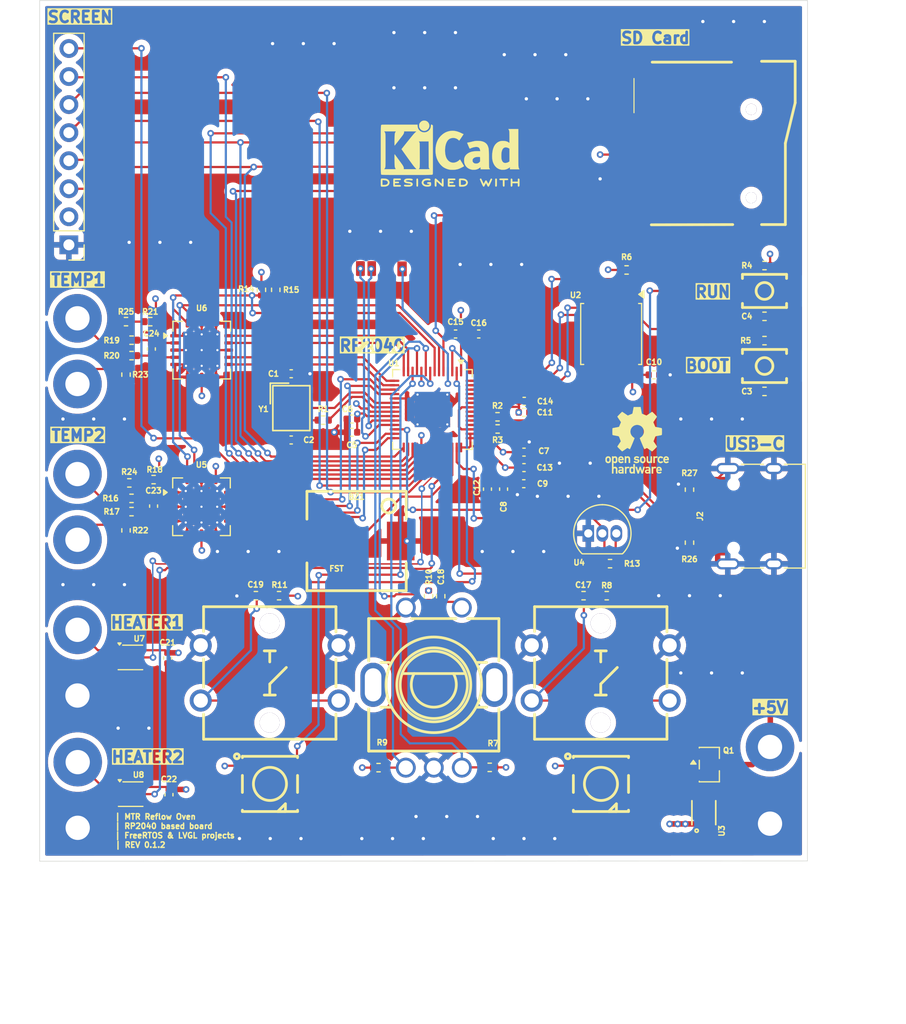
<source format=kicad_pcb>
(kicad_pcb (version 20241229) (generator "pcbnew") (generator_version "9.0")
  (layers (0 "F.Cu" signal) (4 "In1.Cu" signal) (6 "In2.Cu" signal) (2 "B.Cu" signal) (13 "F.Paste" user) (15 "B.Paste" user) (5 "F.SilkS" user "F.Silkscreen") (7 "B.SilkS" user "B.Silkscreen") (1 "F.Mask" user) (3 "B.Mask" user) (25 "Edge.Cuts" user))
  (net 0 "")
  (net 1 "/ALT1_TEMP1")
  (net 2 "/ALT3_TEMP1")
  (net 3 "/ALT3_TEMP2")
  (net 4 "/ALT2_TEMP1")
  (net 5 "/ALT1_TEMP2")
  (net 6 "/ALT2_TEMP2")
  (net 7 "/ALT4_TEMP1")
  (net 8 "/ALT4_TEMP2")
  (net 9 "GND")
  (net 10 "/SCL")
  (net 11 "/SDA")
  (net 12 "+3.3V")
  (net 13 "Net-(U5-VIN-)")
  (net 14 "Net-(U5-VIN+)")
  (net 15 "Net-(C2-Pad1)")
  (net 16 "Net-(C3-Pad2)")
  (net 17 "/RUN")
  (net 18 "/rotary_BNT")
  (net 20 "/SD_CLK{slash}SCLK")
  (net 21 "/SD_CD")
  (net 22 "/SD_DAT3{slash}CS")
  (net 23 "/SD_CMD{slash}DI")
  (net 24 "Net-(LED1-DOUT)")
  (net 25 "/WS_LED")
  (net 28 "/SD_DAT0{slash}DO")
  (net 29 "Net-(Q1-S)")
  (net 31 "/rotary_CLK")
  (net 32 "/rotary_DT")
  (net 34 "/QSPI_SD0")
  (net 35 "/QSPI_SD1")
  (net 36 "/QSPI_SCLK")
  (net 37 "/QSPI_SS")
  (net 38 "/QSPI_SD3")
  (net 39 "/QSPI_SD2")
  (net 40 "/SCREEN_CS")
  (net 41 "/EN_HEAT2")
  (net 42 "+1V1")
  (net 43 "/EN_HEAT1")
  (net 44 "/SCREEN_DC")
  (net 45 "/SCREEN_BL")
  (net 47 "/SCREEN_RST")
  (net 48 "/BUZZER")
  (net 49 "Net-(U1-XIN)")
  (net 50 "Net-(U6-VIN-)")
  (net 51 "Net-(U6-VIN+)")
  (net 52 "Net-(U1-XOUT)")
  (net 53 "Net-(U1-USB_DP)")
  (net 54 "/USB-")
  (net 55 "/USB+")
  (net 56 "Net-(U1-USB_DM)")
  (net 57 "/1-wire_temp")
  (net 58 "unconnected-(U1-SWD-Pad25)")
  (net 59 "unconnected-(U1-SWCLK-Pad24)")
  (net 61 "/+ALIM")
  (net 62 "/HT1")
  (net 63 "/HT2")
  (net 64 "/+TEMP2")
  (net 65 "/-TEMP2")
  (net 66 "/+TEMP1")
  (net 67 "/-TEMP1")
  (net 68 "Net-(J2-CC1)")
  (net 70 "Net-(J2-CC2)")
  (net 72 "/BNT1")
  (net 73 "unconnected-(U1-GPIO2-Pad4)")
  (net 74 "/BNT2")
  (footprint "easyeda2kicad:SW-SMD_L4.0-W3.0-LS5.0" (layer "F.Cu") (at 173.8 81.2 180)
    (property "Reference" "SW1" (hide yes))
    (property "Value" "Boot")
  )
  (footprint "Capacitor_SMD:C_0402_1005Metric" (layer "F.Cu") (at 152 90.4)
    (property "Reference" "C13")
    (property "Value" "100nF")
  )
  (footprint "Resistor_SMD:R_0402_1005Metric" (layer "F.Cu") (at 115.9275 77.18)
    (property "Reference" "R25")
    (property "Value" "2M")
  )
  (footprint "easyeda2kicad:LED-SMD_4P-L5.0-W5.0-TL_WS2812B-B" (layer "F.Cu") (at 158.975 119.05)
    (property "Reference" "LED2" (hide yes))
    (property "Value" "WS2812B-B/W")
  )
  (footprint "MountingHole:MountingHole_2.2mm_M2_Pad" (layer "F.Cu") (at 111.5275 111.043333)
    (property "Reference" "H6" (hide yes))
    (property "Value" "MountingHole_Pad")
  )
  (footprint "Connector_USB:USB_C_Receptacle_HRO_TYPE-C-31-M-12" (layer "F.Cu") (at 173.6 94.8 90)
    (property "Reference" "J2")
    (property "Value" "USB_C_Receptacle_USB2.0")
  )
  (footprint "easyeda2kicad:SW-SMD_L4.0-W3.0-LS5.0" (layer "F.Cu") (at 173.8 74.4 180)
    (property "Reference" "SW2" (hide yes))
    (property "Value" "Reset")
  )
  (footprint "Resistor_SMD:R_0402_1005Metric" (layer "F.Cu") (at 159.8 99.1 180)
    (property "Reference" "R13")
    (property "Value" "4.7k")
  )
  (footprint "Resistor_SMD:R_0402_1005Metric" (layer "F.Cu") (at 129.5 74.3 -90)
    (property "Reference" "R15")
    (property "Value" "4.7k")
  )
  (footprint "Resistor_SMD:R_0402_1005Metric" (layer "F.Cu") (at 143.35 102.05 -90)
    (property "Reference" "R10")
    (property "Value" "4.7k")
  )
  (footprint "Resistor_SMD:R_0402_1005Metric" (layer "F.Cu") (at 116.4275 93.186667)
    (property "Reference" "R16")
    (property "Value" "100R")
  )
  (footprint "Capacitor_SMD:C_0402_1005Metric" (layer "F.Cu") (at 150.15 92.35 -90)
    (property "Reference" "C8")
    (property "Value" "100nF")
  )
  (footprint "Capacitor_SMD:C_0402_1005Metric" (layer "F.Cu") (at 152.02 84.4)
    (property "Reference" "C14")
    (property "Value" "100nF")
  )
  (footprint "Resistor_SMD:R_0402_1005Metric" (layer "F.Cu") (at 138.8175 117.575)
    (property "Reference" "R9")
    (property "Value" "4.7k")
  )
  (footprint "MountingHole:MountingHole_2.2mm_M2_Pad" (layer "F.Cu") (at 111.5275 90.986667)
    (property "Reference" "H9" (hide yes))
    (property "Value" "+TEMP2")
  )
  (footprint "Capacitor_SMD:C_0402_1005Metric" (layer "F.Cu") (at 136.4 86 180)
    (property "Reference" "C6")
    (property "Value" "100nF")
  )
  (footprint "Capacitor_SMD:C_0402_1005Metric" (layer "F.Cu") (at 118.2275 79.66 -90)
    (property "Reference" "C24")
    (property "Value" "0.1uF")
  )
  (footprint "easyeda2kicad:SW-TH_EC11XXXXXXXX" (layer "F.Cu") (at 143.825 110.325)
    (property "Reference" "SW3" (hide yes))
    (property "Value" "RotaryEncoder_Switch_MP")
  )
  (footprint "easyeda2kicad:TF-SMD_TF-02" (layer "F.Cu") (at 166.9 61 90)
    (property "Reference" "Card1" (hide yes))
    (property "Value" "TF-01A_C2889258")
  )
  (footprint "Capacitor_SMD:C_0402_1005Metric" (layer "F.Cu") (at 119.7 107.65 -90)
    (property "Reference" "C21")
    (property "Value" "1uF")
  )
  (footprint "Capacitor_SMD:C_0402_1005Metric" (layer "F.Cu") (at 148.69 92.35 -90)
    (property "Reference" "C12")
    (property "Value" "100nF")
  )
  (footprint "Resistor_SMD:R_0402_1005Metric" (layer "F.Cu") (at 149.61 86.9)
    (property "Reference" "R3")
    (property "Value" "27.4R")
  )
  (footprint "Capacitor_SMD:C_0402_1005Metric" (layer "F.Cu") (at 151.98 91.86)
    (property "Reference" "C9")
    (property "Value" "1uF")
  )
  (footprint "easyeda2kicad:CRYSTAL-SMD_4P-L3.2-W2.5-BL" (layer "F.Cu") (at 130.915 85.015 -90)
    (property "Reference" "Y1")
    (property "Value" "ABM8-272-T3")
  )
  (footprint "Resistor_SMD:R_0402_1005Metric" (layer "F.Cu") (at 129.8 102 180)
    (property "Reference" "R11")
    (property "Value" "4.7k")
  )
  (footprint "Capacitor_SMD:C_0402_1005Metric" (layer "F.Cu") (at 163.78 82)
    (property "Reference" "C10")
    (property "Value" "100nF")
  )
  (footprint "MountingHole:MountingHole_2.2mm_M2_Pad" (layer "F.Cu") (at 111.5275 82.83)
    (property "Reference" "H12" (hide yes))
    (property "Value" "-TEMP1")
  )
  (footprint "MountingHole:MountingHole_2.2mm_M2_Pad" (layer "F.Cu") (at 111.55 117.075)
    (property "Reference" "H7" (hide yes))
    (property "Value" "MountingHole_Pad")
  )
  (footprint "Capacitor_SMD:C_0402_1005Metric" (layer "F.Cu") (at 145.8 78.3 180)
    (property "Reference" "C15")
    (property "Value" "100nF")
  )
  (footprint "Resistor_SMD:R_0402_1005Metric" (layer "F.Cu") (at 116.4275 94.386667)
    (property "Reference" "R17")
    (property "Value" "100R")
  )
  (footprint "Resistor_SMD:R_0402_1005Metric" (layer "F.Cu") (at 116.4275 78.86)
    (property "Reference" "R19")
    (property "Value" "100R")
  )
  (footprint "Package_SON:WSON-6-1EP_2x2mm_P0.65mm_EP1x1.6mm" (layer "F.Cu") (at 116.3275 107.593333)
    (property "Reference" "U7")
    (property "Value" "TPS22810DRVR")
  )
  (footprint "Resistor_SMD:R_0402_1005Metric" (layer "F.Cu") (at 115.9275 96.086667 -90)
    (property "Reference" "R22")
    (property "Value" "2M")
  )
  (footprint "Resistor_SMD:R_0402_1005Metric" (layer "F.Cu") (at 116.2275 91.786667)
    (property "Reference" "R24")
    (property "Value" "2M")
  )
  (footprint "Package_DFN_QFN:QFN-20-1EP_5x5mm_P0.65mm_EP3.35x3.35mm_ThermalVias" (layer "F.Cu") (at 122.7675 93.946667)
    (property "Reference" "U5")
    (property "Value" "MCP9600T-E/MX")
  )
  (footprint "Resistor_SMD:R_0402_1005Metric" (layer "F.Cu") (at 161.3 72.5)
    (property "Reference" "R6")
    (property "Value" "10k")
  )
  (footprint "Resistor_SMD:R_0402_1005Metric" (layer "F.Cu") (at 127.7 102 180)
    (property "Reference" "C19")
    (property "Value" "0.1uF")
  )
  (footprint "MountingHole:MountingHole_2.2mm_M2_Pad" (layer "F.Cu") (at 111.5275 105.093333)
    (property "Reference" "H5" (hide yes))
    (property "Value" "MountingHole_Pad")
  )
  (footprint "Package_TO_SOT_SMD:SOT-23-3" (layer "F.Cu") (at 168.8 117.3)
    (property "Reference" "Q1")
    (property "Value" "AO3401A")
  )
  (footprint "Resistor_SMD:R_0402_1005Metric" (layer "F.Cu") (at 148.8925 117.55 180)
    (property "Reference" "R7")
    (property "Value" "4.7k")
  )
  (footprint "Symbol:OSHW-Logo_5.7x6mm_SilkScreen" (layer "F.Cu") (at 162.25 87.925)
    (property "Reference" "REF**" (hide yes))
    (property "Value" "OSHW-Logo_5.7x6mm_SilkScreen" (hide yes))
  )
  (footprint "Resistor_SMD:R_0402_1005Metric" (layer "F.Cu") (at 173.8 76.7 180)
    (property "Reference" "C4")
    (property "Value" "0.1uF")
  )
  (footprint "Resistor_SMD:R_0402_1005Metric" (layer "F.Cu") (at 116.4275 80.26)
    (property "Reference" "R20")
    (property "Value" "100R")
  )
  (footprint "Package_TO_SOT_THT:TO-92_Inline" (layer "F.Cu") (at 157.83 96.36)
    (property "Reference" "U4")
    (property "Value" "DS18B20")
  )
  (footprint "Resistor_SMD:R_0402_1005Metric" (layer "F.Cu") (at 157.4 102 180)
    (property "Reference" "C17")
    (property "Value" "0.1uF")
  )
  (footprint "Resistor_SMD:R_0402_1005Metric" (layer "F.Cu") (at 167 97.2 90)
    (property "Reference" "R26")
    (property "Value" "5.1k")
  )
  (footprint "Capacitor_SMD:C_0402_1005Metric" (layer "F.Cu") (at 118.4275 93.886667 -90)
    (property "Reference" "C23")
    (property "Value" "0.1uF")
  )
  (footprint "easyeda2kicad:KEY-TH_4P-L12.0-W12.0-P5.00-LS13.4-EH" (layer "F.Cu") (at 158.9475 109)
    (property "Reference" "SW4" (hide yes))
    (property "Value" "B3F-4055")
  )
  (footprint "Resistor_SMD:R_0402_1005Metric" (layer "F.Cu") (at 173.8 83.5 180)
    (property "Reference" "C3")
    (property "Value" "0.1uF")
  )
  (footprint "Package_DFN_QFN:QFN-56-1EP_7x7mm_P0.4mm_EP3.2x3.2mm_ThermalVias" (layer "F.Cu") (at 143.7 85.1375 -90)
    (property "Reference" "U1")
    (property "Value" "RP2040")
  )
  (footprint "Capacitor_SMD:C_0402_1005Metric" (layer "F.Cu") (at 130.9 87.9 180)
    (property "Reference" "C2")
    (property "Value" "18p")
  )
  (footprint "MountingHole:MountingHole_2.2mm_M2_Pad" (layer "F.Cu") (at 111.55 123.025)
    (property "Reference" "H8" (hide yes))
    (property "Value" "MountingHole_Pad")
  )
  (footprint "Package_SON:WSON-6-1EP_2x2mm_P0.65mm_EP1x1.6mm" (layer "F.Cu") (at 116.35 119.975)
    (property "Reference" "U8")
    (property "Value" "TPS22810DRVR")
  )
  (footprint "easyeda2kicad:BUZ-SMD_FST-9018" (layer "F.Cu") (at 136.825 97.05)
    (property "Reference" "BZ1")
    (property "Value" "FST-9018")
  )
  (footprint "Package_SO:SOIC-8_5.3x5.3mm_P1.27mm" (layer "F.Cu") (at 159.9 78.3 -90)
    (property "Reference" "U2")
    (property "Value" "W25Q128JVS")
  )
  (footprint "Resistor_SMD:R_0402_1005Metric" (layer "F.Cu") (at 133.8 86.1)
    (property "Reference" "R1")
    (property "Value" "1k")
  )
  (footprint "Capacitor_SMD:C_0402_1005Metric" (layer "F.Cu") (at 152 85.4)
    (property "Reference" "C11")
    (property "Value" "100nF")
  )
  (footprint "Resistor_SMD:R_0402_1005Metric" (layer "F.Cu") (at 167 92.4 -90)
    (property "Reference" "R27")
    (property "Value" "5.1k")
  )
  (footprint "MountingHole:MountingHole_2.2mm_M2_Pad" (layer "F.Cu") (at 111.5275 96.936667)
    (property "Reference" "H10" (hide yes))
    (property "Value" "-TEMP2")
  )
  (footprint "Capacitor_SMD:C_0402_1005Metric" (layer "F.Cu") (at 136.4 87.2 180)
    (property "Reference" "C5")
    (property "Value" "100nF")
  )
  (footprint "Resistor_SMD:R_0402_1005Metric" (layer "F.Cu") (at 149.6 85.8)
    (property "Reference" "R2")
    (property "Value" "27.4R")
  )
  (footprint "Resistor_SMD:R_0402_1005Metric" (layer "F.Cu") (at 128.2 74.3 -90)
    (property "Reference" "R14")
    (property "Value" "4.7k")
  )
  (footprint "easyeda2kicad:KEY-TH_4P-L12.0-W12.0-P5.00-LS13.4-EH" (layer "F.Cu") (at 128.9475 109)
    (property "Reference" "SW5" (hide yes))
    (property "Value" "B3F-4055")
  )
  (footprint "Resistor_SMD:R_0402_1005Metric" (layer "F.Cu") (at 144.45 102.05 -90)
    (property "Reference" "C18")
    (property "Value" "0.1uF")
  )
  (footprint "Capacitor_SMD:C_0402_1005Metric" (layer "F.Cu") (at 152 89)
    (property "Reference" "C7")
    (property "Value" "1uF")
  )
  (footprint "Resistor_SMD:R_0402_1005Metric" (layer "F.Cu") (at 173.8 72.1 180)
    (property "Reference" "R4")
    (property "Value" "4.7k")
  )
  (footprint "Symbol:KiCad-Logo2_5mm_SilkScreen" (layer "F.Cu") (at 145.3 61.95)
    (property "Reference" "REF**" (hide yes))
    (property "Value" "KiCad-Logo2_5mm_SilkScreen" (hide yes))
  )
  (footprint "easyeda2kicad:LED-SMD_4P-L5.0-W5.0-TL_WS2812B-B" (layer "F.Cu") (at 128.975 119.05)
    (property "Reference" "LED1" (hide yes))
    (property "Value" "WS2812B-B/W")
  )
  (footprint "Resistor_SMD:R_0402_1005Metric" (layer "F.Cu") (at 159.5 102 180)
    (property "Reference" "R8")
    (property "Value" "4.7k")
  )
  (footprint "MountingHole:MountingHole_2.2mm_M2_Pad" (layer "F.Cu") (at 174.3 115.7 180)
    (property "Reference" "H2" (hide yes))
    (property "Value" "+ALIM")
  )
  (footprint "Connector_PinHeader_2.54mm:PinHeader_1x08_P2.54mm_Vertical" (layer "F.Cu") (at 110.75 70.225 180)
    (property "Reference" "J1" (hide yes))
    (property "Value" "PINHD_1x8_Male")
  )
  (footprint "MountingHole:MountingHole_2.2mm_M2_Pad" (layer "F.Cu") (at 111.5275 76.88)
    (property "Reference" "H11" (hide yes))
    (property "Value" "+TEMP1")
  )
  (footprint "Capacitor_SMD:C_0402_1005Metric" (layer "F.Cu") (at 130.9 81.9)
    (property "Reference" "C1")
    (property "Value" "18p")
  )
  (footprint "Resistor_SMD:R_0402_1005Metric" (layer "F.Cu") (at 118.4275 91.486667)
    (property "Reference" "R18")
    (property "Value" "1M")
  )
  (footprint "Resistor_SMD:R_0402_1005Metric" (layer "F.Cu") (at 173.8 78.9 180)
    (property "Reference" "R5")
    (property "Value" "1k")
  )
  (footprint "Resistor_SMD:R_0402_1005Metric" (layer "F.Cu") (at 115.9275 81.98 -90)
    (property "Reference" "R23")
    (property "Value" "2M")
  )
  (footprint "Resistor_SMD:R_0402_1005Metric" (layer "F.Cu") (at 118.1275 77.18)
    (property "Reference" "R21")
    (property "Value" "1M")
  )
  (footprint "easyeda2kicad:WSON-6_L2.0-W2.0-P0.65-TL-EP" (layer "F.Cu") (at 168.3 121.655 90)
    (property "Reference" "U3")
    (property "Value" "TLV76733DRVR")
  )
  (footprint "Capacitor_SMD:C_0402_1005Metric" (layer "F.Cu") (at 147.9 78.3)
    (property "Reference" "C16")
    (property "Value" "100nF")
  )
  (footprint "Capacitor_SMD:C_0402_1005Metric" (layer "F.Cu") (at 119.8225 120.025 -90)
    (property "Reference" "C22")
    (property "Value" "1uF")
  )
  (footprint "MountingHole:MountingHole_2.2mm_M2_Pad" (layer "F.Cu") (at 174.3 122.65 180)
    (property "Reference" "H1" (hide yes))
    (property "Value" "GND")
  )
  (footprint "Package_DFN_QFN:QFN-20-1EP_5x5mm_P0.65mm_EP3.35x3.35mm_ThermalVias" (layer "F.Cu") (at 122.7875 79.76)
    (property "Reference" "U6")
    (property "Value" "MCP9600T-E/MX")
  )
  (gr_rect (start 140.625 71.825) (end 141.275 72.975) (stroke (width 0.2)) (fill yes) (layer "F.Cu") (net 73))
  (gr_rect (start 136.8746 71.8) (end 137.475 72.95) (stroke (width 0.2)) (fill yes) (layer "F.Cu") (net 58))
  (gr_rect (start 137.1 70.375) (end 138.25 71.025) (stroke (width 0.2)) (fill yes) (layer "F.Cu") (net 9))
  (gr_rect (start 137.9125 71.8) (end 138.4875 72.95) (stroke (width 0.2)) (fill yes) (layer "F.Cu") (net 59))
  (gr_line (start 177.7 48.1) (end 177.6 48.1) (stroke (width 0.05)) (layer "Edge.Cuts"))
  (gr_line (start 108.1 126.05) (end 108.1 48.1) (stroke (width 0.05)) (layer "Edge.Cuts"))
  (gr_line (start 108.1 126.05) (end 177.691034 126.025104) (stroke (width 0.05)) (layer "Edge.Cuts"))
  (gr_line (start 177.691034 126.025104) (end 177.7 48.1) (stroke (width 0.05)) (layer "Edge.Cuts"))
  (gr_line (start 108.1 48.1) (end 177.6 48.1) (stroke (width 0.05)) (layer "Edge.Cuts"))
  (gr_text "+5V" (at 172.55 112.725 0) (layer "F.SilkS" knockout) (effects (font (size 1 1) (thickness 0.25) (bold yes)) (justify left bottom)))
  (gr_text "SD Card" (at 160.675 52.075 0) (layer "F.SilkS" knockout) (effects (font (size 1 1) (thickness 0.25) (bold yes)) (justify left bottom)))
  (gr_text "RUN" (at 167.4 75.075 0) (layer "F.SilkS" knockout) (effects (font (size 1 1) (thickness 0.25) (bold yes)) (justify left bottom)))
  (gr_text "SCREEN" (at 108.7 50.175 0) (layer "F.SilkS" knockout) (effects (font (size 1 1) (thickness 0.25) (bold yes)) (justify left bottom)))
  (gr_text "| FreeRTOS & LVGL projects" (at 114.849999 124.012492 0) (layer "F.SilkS") (effects (font (size 0.5 0.5) (thickness 0.125)) (justify left bottom)))
  (gr_text "| RP2040 based board" (at 114.849999 123.162492 0) (layer "F.SilkS") (effects (font (size 0.5 0.5) (thickness 0.125)) (justify left bottom)))
  (gr_text "TEMP1" (at 109.025 74 0) (layer "F.SilkS" knockout) (effects (font (size 1 1) (thickness 0.25) (bold yes)) (justify left bottom)))
  (gr_text " | REV 0.1.2" (at 114.499999 124.862492 0) (layer "F.SilkS") (effects (font (size 0.5 0.5) (thickness 0.125)) (justify left bottom)))
  (gr_text "RP2040" (at 135.15 79.95 0) (layer "F.SilkS" knockout) (effects (font (size 1 1) (thickness 0.25) (bold yes)) (justify left bottom)))
  (gr_text "TEMP2" (at 109.05 88.075 0) (layer "F.SilkS" knockout) (effects (font (size 1 1) (thickness 0.25) (bold yes)) (justify left bottom)))
  (gr_text "BOOT" (at 166.525 81.75 0) (layer "F.SilkS" knockout) (effects (font (size 1 1) (thickness 0.25) (bold yes)) (justify left bottom)))
  (gr_text "HEATER1" (at 114.425 105.05 0) (layer "F.SilkS" knockout) (effects (font (size 1 1) (thickness 0.25) (bold yes)) (justify left bottom)))
  (gr_text "HEATER2" (at 114.5 117.2 0) (layer "F.SilkS" knockout) (effects (font (size 1 1) (thickness 0.25) (bold yes)) (justify left bottom)))
  (gr_text "| MTR Reflow Oven" (at 114.849999 122.312492 0) (layer "F.SilkS") (effects (font (size 0.5 0.5) (thickness 0.125)) (justify left bottom)))
  (gr_text "USB-C" (at 170.125 88.85 0) (layer "F.SilkS" knockout) (effects (font (size 1 1) (thickness 0.25) (bold yes)) (justify left bottom)))
  (segment (start 125.2375 81.06) (end 137.36 81.06) (width 0.2) (layer "F.Cu") (net 1))
  (segment (start 139.2375 82.9375) (end 140.2625 82.9375) (width 0.2) (layer "F.Cu") (net 1))
  (segment (start 137.36 81.06) (end 139.2375 82.9375) (width 0.2) (layer "F.Cu") (net 1))
  (segment (start 141.1 79.92) (end 141.1 81.7) (width 0.2) (layer "F.Cu") (net 2))
  (segment (start 125.2375 79.11) (end 140.29 79.11) (width 0.2) (layer "F.Cu") (net 2))
  (segment (start 140.29 79.11) (end 141.1 79.92) (width 0.2) (layer "F.Cu") (net 2))
  (segment (start 138.8125 83.7375) (end 140.2625 83.7375) (width 0.2) (layer "F.Cu") (net 3))
  (segment (start 125.571667 93.296667) (end 125.2175 93.296667) (width 0.2) (layer "F.Cu") (net 3))
  (segment (start 136.200283 93.874) (end 126.149 93.874) (width 0.2) (layer "F.Cu") (net 3))
  (segment (start 126.149 93.874) (end 125.571667 93.296667) (width 0.2) (layer "F.Cu") (net 3))
  (segment (start 136 83) (end 138.075 83) (width 0.2) (layer "F.Cu") (net 3))
  (segment (start 138.075 83) (end 138.8125 83.7375) (width 0.2) (layer "F.Cu") (net 3))
  (via (at 136.200283 93.874) (size 0.6) (drill 0.3) (layers "F.Cu" "B.Cu") (net 3))
  (via (at 136 83) (size 0.6) (drill 0.3) (layers "F.Cu" "B.Cu") (net 3))
  (segment (start 136 83) (end 136.2 83.2) (width 0.2) (layer "B.Cu") (net 3))
  (segment (start 136.2 83.2) (end 136.2 93.873717) (width 0.2) (layer "B.Cu") (net 3))
  (segment (start 136.2 93.873717) (end 136.200283 93.874) (width 0.2) (layer "B.Cu") (net 3))
  (segment (start 125.2375 80.41) (end 137.41 80.41) (width 0.2) (layer "F.Cu") (net 4))
  (segment (start 139.5375 82.5375) (end 140.2625 82.5375) (width 0.2) (layer "F.Cu") (net 4))
  (segment (start 137.41 80.41) (end 139.5375 82.5375) (width 0.2) (layer "F.Cu") (net 4))
  (segment (start 138.6 88.8) (end 139.6625 87.7375) (width 0.2) (layer "F.Cu") (net 5))
  (segment (start 137.6 88.8) (end 138.6 88.8) (width 0.2) (layer "F.Cu") (net 5))
  (segment (start 137.375 94.975) (end 137.275 94.875) (width 0.2) (layer "F.Cu") (net 5))
  (segment (start 139.6625 87.7375) (end 140.2625 87.7375) (width 0.2) (layer "F.Cu") (net 5))
  (segment (start 137.275 94.875) (end 126.325 94.875) (width 0.2) (layer "F.Cu") (net 5))
  (segment (start 125.953333 95.246667) (end 125.2175 95.246667) (width 0.2) (layer "F.Cu") (net 5))
  (segment (start 126.325 94.875) (end 125.953333 95.246667) (width 0.2) (layer "F.Cu") (net 5))
  (via (at 137.375 94.975) (size 0.6) (drill 0.3) (layers "F.Cu" "B.Cu") (net 5))
  (via (at 137.6 88.8) (size 0.6) (drill 0.3) (layers "F.Cu" "B.Cu") (net 5))
  (segment (start 137.5 94.85) (end 137.5 88.9) (width 0.2) (layer "B.Cu") (net 5))
  (segment (start 137.375 94.975) (end 137.5 94.85) (width 0.2) (layer "B.Cu") (net 5))
  (segment (start 137.5 88.9) (end 137.6 88.8) (width 0.2) (layer "B.Cu") (net 5))
  (segment (start 126.1589 94.474) (end 126.036233 94.596667) (width 0.2) (layer "F.Cu") (net 6))
  (segment (start 136.899486 94.275) (end 136.700486 94.474) (width 0.2) (layer "F.Cu") (net 6))
  (segment (start 126.036233 94.596667) (end 125.2175 94.596667) (width 0.2) (layer "F.Cu") (net 6))
  (segment (start 136.700486 94.474) (end 126.1589 94.474) (width 0.2) (layer "F.Cu") (net 6))
  (segment (start 136.9 88.161859) (end 138.638141 88.161859) (width 0.2) (layer "F.Cu") (net 6))
  (segment (start 138.638141 88.161859) (end 139.4625 87.3375) (width 0.2) (layer "F.Cu") (net 6))
  (segment (start 139.4625 87.3375) (end 140.2625 87.3375) (width 0.2) (layer "F.Cu") (net 6))
  (via (at 136.899486 94.275) (size 0.6) (drill 0.3) (layers "F.Cu" "B.Cu") (net 6))
  (via (at 136.9 88.161859) (size 0.6) (drill 0.3) (layers "F.Cu" "B.Cu") (net 6))
  (segment (start 136.9 88.161859) (end 136.9 94.274486) (width 0.2) (layer "B.Cu") (net 6))
  (segment (start 136.9 94.274486) (end 136.899486 94.275) (width 0.2) (layer "B.Cu") (net 6))
  (segment (start 140.26 78.46) (end 125.2375 78.46) (width 0.2) (layer "F.Cu") (net 7))
  (segment (start 141.5 79.7) (end 140.26 78.46) (width 0.2) (layer "F.Cu") (net 7))
  (segment (start 141.5 81.7) (end 141.5 79.7) (width 0.2) (layer "F.Cu") (net 7))
  (segment (start 125.596667 92.646667) (end 125.2175 92.646667) (width 0.2) (layer "F.Cu") (net 8))
  (segment (start 135.524697 93.274) (end 126.224 93.274) (width 0.2) (layer "F.Cu") (net 8))
  (segment (start 138.05 82.4) (end 138.9875 83.3375) (width 0.2) (layer "F.Cu") (net 8))
  (segment (start 138.9875 83.3375) (end 140.2625 83.3375) (width 0.2) (layer "F.Cu") (net 8))
  (segment (start 126.224 93.274) (end 125.596667 92.646667) (width 0.2) (layer "F.Cu") (net 8))
  (segment (start 135.375 82.4) (end 138.05 82.4) (width 0.2) (layer "F.Cu") (net 8))
  (via (at 135.524697 93.274) (size 0.6) (drill 0.3) (layers "F.Cu" "B.Cu") (net 8))
  (via (at 135.375 82.4) (size 0.6) (drill 0.3) (layers "F.Cu" "B.Cu") (net 8))
  (segment (start 135.4 82.425) (end 135.4 93.149303) (width 0.2) (layer "B.Cu") (net 8))
  (segment (start 135.375 82.4) (end 135.4 82.425) (width 0.2) (layer "B.Cu") (net 8))
  (segment (start 135.4 93.149303) (end 135.524697 93.274) (width 0.2) (layer "B.Cu") (net 8))
  (segment (start 124.0875 78.21) (end 124.2125 78.335) (width 0.2) (layer "F.Cu") (net 9))
  (segment (start 117.2375 120.625) (end 117 120.625) (width 0.2) (layer "F.Cu") (net 9))
  (segment (start 152.48 84.42) (end 152.5 84.4) (width 0.2) (layer "F.Cu") (net 9))
  (segment (start 166.01 91.89) (end 166 91.9) (width 0.2) (layer "F.Cu") (net 9))
  (segment (start 120.3375 79.76) (end 121.3625 79.76) (width 0.2) (layer "F.Cu") (net 9))
  (segment (start 122.1375 81.835) (end 122.7875 81.185) (width 0.2) (layer "F.Cu") (net 9))
  (segment (start 122.1375 82.21) (end 122.1375 81.835) (width 0.2) (layer "F.Cu") (net 9))
  (segment (start 126 102) (end 125.975 102.025) (width 0.2) (layer "F.Cu") (net 9))
  (segment (start 121.2375 81.06) (end 121.3625 81.185) (width 0.2) (layer "F.Cu") (net 9))
  (segment (start 122.7675 91.496667) (end 122.7675 92.521667) (width 0.2) (layer "F.Cu") (net 9))
  (segment (start 117.215 108.243333) (end 116.9775 108.243333) (width 0.2) (layer "F.Cu") (net 9))
  (segment (start 124.0875 77.31) (end 124.0875 78.21) (width 0.2) (layer "F.Cu") (net 9))
  (segment (start 121.4675 96.396667) (end 121.4675 95.496667) (width 0.2) (layer "F.Cu") (net 9))
  (segment (start 141.399 97.05) (end 140.825 97.05) (width 0.2) (layer "F.Cu") (net 9))
  (segment (start 122.1175 96.396667) (end 122.1175 96.021667) (width 0.2) (layer "F.Cu") (net 9))
  (segment (start 116.9775 108.243333) (end 116.3275 107.593333) (width 0.2) (layer "F.Cu") (net 9))
  (segment (start 124.0675 96.396667) (end 124.0675 95.496667) (width 0.2) (layer "F.Cu") (net 9))
  (segment (start 127.19 102) (end 126 102) (width 0.2) (layer "F.Cu") (net 9))
  (segment (start 151.38 92.83) (end 151.4 92.85) (width 0.2) (layer "F.Cu") (net 9))
  (segment (start 121.2175 92.646667) (end 121.3425 92.521667) (width 0.2) (layer "F.Cu") (net 9))
  (segment (start 117 120.625) (end 116.35 119.975) (width 0.2) (layer "F.Cu") (net 9))
  (segment (start 123.4375 77.56) (end 124.2125 78.335) (width 0.2) (layer "F.Cu") (net 9))
  (segment (start 124.0875 81.31) (end 124.2125 81.185) (width 0.2) (layer "F.Cu") (net 9))
  (segment (start 152.46 91.86) (end 152.46 90.42) (width 0.2) (layer "F.Cu") (net 9))
  (segment (start 165.91 97.71) (end 165.9 97.7) (width 0.2) (layer "F.Cu") (net 9))
  (segment (start 120.3175 92.646667) (end 121.2175 92.646667) (width 0.2) (layer "F.Cu") (net 9))
  (segment (start 169.555 91.55) (end 169.555 91.395) (width 0.2) (layer "F.Cu") (net 9))
  (segment (start 167 97.71) (end 165.91 97.71) (width 0.2) (layer "F.Cu") (net 9))
  (segment (start 130.42 86.47) (end 130.065 86.115) (width 0.2) (layer "F.Cu") (net 9))
  (segment (start 125.2175 93.946667) (end 124.1925 93.946667) (width 0.2) (layer "F.Cu") (net 9))
  (segment (start 124.0675 95.496667) (end 124.1925 95.371667) (width 0.2) (layer "F.Cu") (net 9))
  (segment (start 123.4175 96.021667) (end 122.7675 95.371667) (width 0.2) (layer "F.Cu") (net 9))
  (segment (start 114.661269 123.025) (end 116.35 121.336269) (width 0.2) (layer "F.Cu") (net 9))
  (segment (start 116.35 121.336269) (end 116.35 119.975) (width 0.2) (layer "F.Cu") (net 9))
  (segment (start 123.4375 77.31) (end 123.4375 77.56) (width 0.2) (layer "F.Cu") (net 9))
  (segment (start 123.4375 82.21) (end 123.4375 81.835) (width 0.2) (layer "F.Cu") (net 9))
  (segment (start 125.2375 79.76) (end 124.2125 79.76) (width 0.2) (layer "F.Cu") (net 9))
  (segment (start 161.6 64.25) (end 158.9 64.25) (width 0.2) (layer "F.Cu") (net 9))
  (segment (start 174.3 122.65) (end 171.675 122.65) (width 0.5) (layer "F.Cu") (net 9))
  (segment (start 121.2175 95.246667) (end 121.3425 95.371667) (width 0.2) (layer "F.Cu") (net 9))
  (segment (start 123.4175 93.296667) (end 122.7675 93.946667) (width 0.2) (layer "F.Cu") (net 9))
  (segment (start 152.46 90.42) (end 152.48 90.4) (width 0.2) (layer "F.Cu") (net 9))
  (segment (start 122.1175 96.021667) (end 122.7675 95.371667) (width 0.2) (layer "F.Cu") (net 9))
  (segment (start 152.48 90.4) (end 152.48 89) (width 0.2) (layer "F.Cu") (net 9))
  (segment (start 115.4175 77.18) (end 115.32 77.18) (width 0.2) (layer "F.Cu") (net 9))
  (segment (start 168.95 121.655) (end 168.3 121.655) (width 0.2) (layer "F.Cu") (net 9))
  (segment (start 150.15 92.83) (end 151.38 92.83) (width 0.2) (layer "F.Cu") (net 9))
  (segment (start 131.38 81.9) (end 132.6 81.9) (width 0.2) (layer "F.Cu") (net 9))
  (segment (start 122.7875 77.31) (end 122.7875 78.335) (width 0.2) (layer "F.Cu") (net 9))
  (segment (start 169.555 98.05) (end 169.555 98.205) (width 0.2) (layer "F.Cu") (net 9))
  (segment (start 135.92 87.2) (end 134.8 87.2) (width 0.2) (layer "F.Cu") (net 9))
  (segment (start 116.3275 109.354602) (end 116.3275 107.593333) (width 0.2) (layer "F.Cu") (net 9))
  (segment (start 120.3175 95.246667) (end 121.2175 95.246667) (width 0.2) (layer "F.Cu") (net 9))
  (segment (start 131.765 82.285) (end 131.38 81.9) (width 0.2) (layer "F.Cu") (net 9))
  (segment (start 140.2625 84.1375) (end 142 84.1375) (width 0.2) (layer "F.Cu") (net 9))
  (segment (start 152.48 85.4) (end 152.48 84.42) (width 0.2) (layer "F.Cu") (net 9))
  (segment (start 121.4675 95.496667) (end 121.3425 95.371667) (width 0.2) (layer "F.Cu") (net 9))
  (segment (start 111.5275 111.043333) (end 114.638769 111.043333) (width 0.2) (layer "F.Cu") (net 9))
  (segment (start 111.55 123.025) (end 114.661269 123.025) (width 0.2) (layer "F.Cu") (net 9))
  (segment (start 121.2375 78.46) (end 121.3625 78.335) (width 0.2) (layer "F.Cu") (net 9))
  (segment (start 119.586667 108.243333) (end 119.7 108.13) (width 0.2) (layer "F.Cu") (net 9))
  (segment (start 167 91.89) (end 166.01 91.89) (width 0.2) (layer "F.Cu") (net 9))
  (segment (start 120.3375 78.46) (end 121.2375 78.46) (width 0.2) (layer "F.Cu") (net 9))
  (segment (start 124.0875 82.21) (end 124.0875 81.31) (width 0.2) (layer "F.Cu") (net 9))
  (segment (start 120.3375 81.06) (end 121.2375 81.06) (width 0.2) (layer "F.Cu") (net 9))
  (segment (start 123.4175 96.396667) (end 123.4175 96.021667) (width 0.2) (layer "F.Cu") (net 9))
  (segment (start 130.42 87.9) (end 130.42 86.47) (width 0.2) (layer "F.Cu") (net 9))
  (segment (start 148.69 92.83) (end 150.15 92.83) (width 0.2) (layer "F.Cu") (net 9))
  (segment (start 168.95 122.685) (end 168.95 121.655) (width 0.2) (layer "F.Cu") (net 9))
  (segment (start 121.4875 82.21) (end 121.4875 81.31) (width 0.2) (layer "F.Cu") (net 9))
  (segment (start 121.4875 81.31) (end 121.3625 81.185) (width 0.2) (layer "F.Cu") (net 9))
  (segment (start 164.26 82) (end 165.25 82) (width 0.2) (layer "F.Cu") (net 9))
  (segment (start 168.3 120.625) (end 168.3 121.655) (width 0.2) (layer "F.Cu") (net 9))
  (segment (start 131.765 83.915) (end 131.765 82.285) (width 0.2) (layer "F.Cu") (net 9))
  (segment (start 123.4375 81.835) (end 122.7875 81.185) (width 0.2) (layer "F.Cu") (net 9))
  (segment (start 152.48 88.08) (end 152.475 88.075) (width 0.2) (layer "F.Cu") (net 9))
  (segment (start 120.3175 93.946667) (end 121.3425 93.946667) (width 0.2) (layer "F.Cu") (net 9))
  (segment (start 135.92 86) (end 135.92 87.2) (width 0.2) (layer "F.Cu") (net 9))
  (segment (start 170.68 121.655) (end 168.3 121.655) (width 0.5) (layer "F.Cu") (net 9))
  (segment (start 169.555 91.395) (end 170.47 90.48) (width 0.2) (layer "F.Cu") (net 9))
  (segment (start 171.675 122.65) (end 170.68 121.655) (width 0.5) (layer "F.Cu") (net 9))
  (segment (start 142 84.1375) (end 142.35 83.7875) (width 0.2) (layer "F.Cu") (net 9))
  (segment (start 123.4175 91.496667) (end 123.4175 93.296667) (width 0.2) (layer "F.Cu") (net 9))
  (segment (start 114.638769 111.043333) (end 116.3275 109.354602) (width 0.2) (layer "F.Cu") (net 9))
  (segment (start 119.7025 120.625) (end 119.8225 120.505) (width 0.2) (layer "F.Cu") (net 9))
  (segment (start 152.48 89) (end 152.48 88.08) (width 0.2) (layer "F.Cu") (net 9))
  (via (at 151.7875 72) (size 0.6) (drill 0.3) (layers "F.Cu" "B.Cu") (net 9))
  (via (at 132.6 81.9) (size 0.6) (drill 0.3) (layers "F.Cu" "B.Cu") (net 9))
  (via (at 145.7875 56) (size 0.6) (drill 0.3) (layers "F.Cu" "B.Cu") (net 9))
  (via (at 158.7875 93) (size 0.6) (drill 0.3) (layers "F.Cu" "B.Cu") (net 9))
  (via (at 113 101) (size 0.6) (drill 0.3) (layers "F.Cu" "B.Cu") (net 9))
  (via (at 115.7875 86) (size 0.6) (drill 0.3) (layers "F.Cu" "B.Cu") (net 9))
  (via (at 115.7875 101) (size 0.6) (drill 0.3) (layers "F.Cu" "B.Cu") (net 9))
  (via (at 118 114) (size 0.6) (drill 0.3) (layers "F.Cu" "B.Cu") (net 9))
  (via (at 142.2125 122) (size 0.6) (drill 0.3) (layers "F.Cu" "B.Cu") (net 9))
  (via (at 152.475 88.075) (size 0.6) (drill 0.3) (layers "F.Cu" "B.Cu") (net 9))
  (via (at 110.2125 86) (size 0.6) (drill 0.3) (layers "F.Cu" "B.Cu") (net 9))
  (via (at 134.7875 52) (size 0.6) (drill 0.3) (layers "F.Cu" "B.Cu") (net 9))
  (via (at 119 70) (size 0.6) (drill 0.3) (layers "F.Cu" "B.Cu") (net 9))
  (via (at 156 93) (size 0.6) (drill 0.3) (layers "F.Cu" "B.Cu") (net 9))
  (via (at 116.2125 70) (size 0.6) (drill 0.3) (layers "F.Cu" "B.Cu") (net 9))
  (via (at 150.2125 53) (size 0.6) (drill 0.3) (layers "F.Cu" "B.Cu") (net 9))
  (via (at 169 109) (size 0.6) (drill 0.3) (layers "F.Cu" "B.Cu") (net 9))
  (via (at 151 98) (size 0.6) (drill 0.3) (layers "F.Cu" "B.Cu") (net 9))
  (via (at 129.7875 98) (size 0.6) (drill 0.3) (layers "F.Cu" "B.Cu") (net 9))
  (via (at 153.2125 93) (size 0.6) (drill 0.3) (layers "F.Cu" "B.Cu") (net 9))
  (via (at 139 69) (size 0.6) (drill 0.3) (layers "F.Cu" "B.Cu") (net 9))
  (via (at 149 72) (size 0.6) (drill 0.3) (layers "F.Cu" "B.Cu") (net 9))
  (via (at 142.875 124) (size 0.6) (drill 0.3) (layers "F.Cu" "B.Cu") (net 9))
  (via (at 155.2125 90) (size 0.6) (drill 0.3) (layers "F.Cu" "B.Cu") (net 9))
  (via (at 169 86) (size 0.6) (drill 0.3) (layers "F.Cu" "B.Cu") (net 9))
  (via (at 126.2125 124) (size 0.6) (drill 0.3) (layers "F.Cu" "B.Cu") (net 9))
  (via (at 166.2125 86) (size 0.6) (drill 0.3) (layers "F.Cu" "B.Cu") (net 9))
  (via (at 140.2125 51) (size 0.6) (drill 0.3) (layers "F.Cu" "B.Cu") (net 9))
  (via (at 168.2125 50) (size 0.6) (drill 0.3) (layers "F.Cu" "B.Cu") (net 9))
  (via (at 154.7875 124) (size 0.6) (drill 0.3) (layers "F.Cu" "B.Cu") (net 9))
  (via (at 140.2125 56) (size 0.6) (drill 0.3) (layers "F.Cu" "B.Cu") (net 9))
  (via (at 131.7875 124) (size 0.6) (drill 0.3) (layers "F.Cu" "B.Cu") (net 9))
  (via (at 165.25 82) (size 0.6) (drill 0.3) (layers "F.Cu" "B.Cu") (net 9))
  (via (at 155.7875 53) (size 0.6) (drill 0.3) (layers "F.Cu" "B.Cu") (net 9))
  (via (at 140.0875 124) (size 0.6) (drill 0.3) (layers "F.Cu" "B.Cu") (net 9))
  (via (at 141.7875 69) (size 0.6) (drill 0.3) (layers "F.Cu" "B.Cu") (net 9))
  (via (at 171.7875 86) (size 0.6) (drill 0.3) (layers "F.Cu" "B.Cu") (net 9))
  (via (at 166.2125 109) (size 0.6) (drill 0.3) (layers "F.Cu" "B.Cu") (net 9))
  (via (at 148.2125 98) (size 0.6) (drill 0.3) (layers "F.Cu" "B.Cu") (net 9))
  (via (at 141.399 97.05) (size 0.6) (drill 0.3) (layers "F.Cu" "B.Cu") (net 9))
  (via (at 171 50) (size 0.6) (drill 0.3) (layers "F.Cu" "B.Cu") (net 9))
  (via (at 147.7875 122) (size 0.6) (drill 0.3) (layers "F.Cu" "B.Cu") (net 9))
  (via (at 166 91.9) (size 0.6) (drill 0.3) (layers "F.Cu" "B.Cu") (net 9))
  (via (at 169.7875 102) (size 0.6) (drill 0.3) (layers "F.Cu" "B.Cu") (net 9))
  (via (at 157.7875 57) (size 0.6) (drill 0.3) (layers "F.Cu" "B.Cu") (net 9))
  (via (at 164.2125 102) (size 0.6) (drill 0.3) (layers "F.Cu" "B.Cu") (net 9))
  (via (at 124.2125 98) (size 0.6) (drill 0.3) (layers "F.Cu" "B.Cu") (net 9))
  (via (at 149.2125 124) (size 0.6) (drill 0.3) (layers "F.Cu" "B.Cu") (net 9))
  (via (at 153.7875 98) (size 0.6) (drill 0.3) (layers "F.Cu" "B.Cu") (net 9))
  (via (at 134.8 87.2) (size 0.6) (drill 0.3) (layers "F.Cu" "B.Cu") (net 9))
  (via (at 125.975 102.025) (size 0.6) (drill 0.3) (layers "F.Cu" "B.Cu") (net 9))
  (via (at 129 124) (size 0.6) (drill 0.3) (layers "F.Cu" "B.Cu") (net 9))
  (via (at 115.2125 114) (size 0.6) (drill 0.3) (layers "F.Cu" "B.Cu") (net 9))
  (via (at 121.7875 70) (size 0.6) (drill 0.3) (layers "F.Cu" "B.Cu") (net 9))
  (via (at 152 124) (size 0.6) (drill 0.3) (layers "F.Cu" "B.Cu") (net 9))
  (via (at 129.2125 52) (size 0.6) (drill 0.3) (layers "F.Cu" "B.Cu") (net 9))
  (via (at 153 53) (size 0.6) (drill 0.3) (layers "F.Cu" "B.Cu") (net 9))
  (via (at 143 56) (size 0.6) (drill 0.3) (layers "F.Cu" "B.Cu") (net 9))
  (via (at 155 57) (size 0.6) (drill 0.3) (layers "F.Cu" "B.Cu") (net 9))
  (via (at 152.2125 57) (size 0.6) (drill 0.3) (layers "F.Cu" "B.Cu") (net 9))
  (via (at 167 102) (size 0.6) (drill 0.3) (layers "F.Cu" "B.Cu") (net 9))
  (via (at 173.7875 50) (size 0.6) (drill 0.3) (layers "F.Cu" "B.Cu") (net 9))
  (via (at 145 122) (size 0.6) (drill 0.3) (layers "F.Cu" "B.Cu") (net 9))
  (via (at 113 86) (size 0.6) (drill 0.3) (layers "F.Cu" "B.Cu") (net 9))
  (via (at 151.4 92.85) (size 0.6) (drill 0.3) (layers "F.Cu" "B.Cu") (net 9))
  (via (at 110.2125 101) (size 0.6) (drill 0.3) (layers "F.Cu" "B.Cu") (net 9))
  (via (at 143 51) (size 0.6) (drill 0.3) (layers "F.Cu" "B.Cu") (net 9))
  (via (at 127 98) (size 0.6) (drill 0.3) (layers "F.Cu" "B.Cu") (net 9))
  (via (at 158.9 64.25) (size 0.6) (drill 0.3) (layers "F.Cu" "B.Cu") (net 9))
  (via (at 145.7875 51) (size 0.6) (drill 0.3) (layers "F.Cu" "B.Cu") (net 9))
  (via (at 137.3 124) (size 0.6) (drill 0.3) (layers "F.Cu" "B.Cu") (net 9))
  (via (at 171.7875 109) (size 0.6) (drill 0.3) (layers "F.Cu" "B.Cu") (net 9))
  (via (at 165.9 97.7) (size 0.6) (drill 0.3) (layers "F.Cu" "B.Cu") (net 9))
  (via (at 132 52) (size 0.6) (drill 0.3) (layers "F.Cu" "B.Cu") (net 9))
  (via (at 158 90) (size 0.6) (drill 0.3) (layers "F.Cu" "B.Cu") (net 9))
  (via (at 136.2125 69) (size 0.6) (drill 0.3) (layers "F.Cu" "B.Cu") (net 9))
  (via (at 146.2125 72) (size 0.6) (drill 0.3) (layers "F.Cu" "B.Cu") (net 9))
  (segment (start 127.35 74.81) (end 128.2 74.81) (width 0.2) (layer "F.Cu") (net 10))
  (segment (start 127.35 74.81) (end 120.39 74.81) (width 0.2) (layer "F.Cu") (net 10))
  (segment (start 121.4675 91.496667) (end 121.4675 89.4325) (width 0.2) (layer "F.Cu") (net 10))
  (segment (start 121.4875 77.31) (end 120.2 76.0225) (width 0.2) (layer "F.Cu") (net 10))
  (segment (start 127.4 76.4) (end 140.749943 76.4) (width 0.2) (layer "F.Cu") (net 10))
  (segment (start 120.2 76.0225) (end 120.2 75) (width 0.2) (layer "F.Cu") (net 10))
  (segment (start 143.9 79.550057) (end 143.9 81.7) (width 0.2) (layer "F.Cu") (net 10))
  (segment (start 121.4675 89.4325) (end 121.5 89.4) (width 0.2) (layer "F.Cu") (net 10))
  (segment (start 140.749943 76.4) (end 143.9 79.550057) (width 0.2) (layer "F.Cu") (net 10))
  (segment (start 120.39 74.81) (end 120.2 75) (width 0.2) (layer "F.Cu") (net 10))
  (via (at 120.2 75) (size 0.6) (drill 0.3) (layers "F.Cu" "B.Cu") (net 10))
  (via (at 127.4 76.4) (size 0.6) (drill 0.3) (layers "F.Cu" "B.Cu") (net 10))
  (via (at 121.5 89.4) (size 0.6) (drill 0.3) (layers "F.Cu" "B.Cu") (net 10))
  (via (at 127.35 74.81) (size 0.6) (drill 0.3) (layers "F.Cu" "B.Cu") (net 10))
  (segment (start 127.35 74.81) (end 127.35 76.35) (width 0.2) (layer "B.Cu") (net 10))
  (segment (start 120.2 88.1) (end 120.2 75) (width 0.2) (layer "B.Cu") (net 10))
  (segment (start 127.35 76.35) (end 127.4 76.4) (width 0.2) (layer "B.Cu") (net 10))
  (segment (start 121.5 89.4) (end 120.2 88.1) (width 0.2) (layer "B.Cu") (net 10))
  (segment (start 129.5 75.4) (end 129.5 74.81) (width 0.2) (layer "F.Cu") (net 11))
  (segment (start 128.61 75.7) (end 129.2 75.7) (width 0.2) (layer "F.Cu") (net 11))
  (segment (start 122.1375 76.910001) (end 120.927499 75.7) (width 0.2) (layer "F.Cu") (net 11))
  (segment (start 122.1375 77.31) (end 122.1375 76.910001) (width 0.2) (layer "F.Cu") (net 11))
  (segment (start 129.2 75.7) (end 129.5 75.4) (width 0.2) (layer "F.Cu") (net 11))
  (segment (start 140.617043 75.7) (end 128.61 75.7) (width 0.2) (layer "F.Cu") (net 11))
  (segment (start 122.1175 88.8175) (end 122.1 88.8) (width 0.2) (layer "F.Cu") (net 11))
  (segment (start 144.3 81.7) (end 144.3 79.382957) (width 0.2) (layer "F.Cu") (net 11))
  (segment (start 120.927499 75.7) (end 120.8 75.7) (width 0.2) (layer "F.Cu") (net 11))
  (segment (start 144.3 79.382957) (end 140.617043 75.7) (width 0.2) (layer "F.Cu") (net 11))
  (segment (start 120.8 75.7) (end 128.61 75.7) (width 0.2) (layer "F.Cu") (net 11))
  (segment (start 122.1175 91.496667) (end 122.1175 88.8175) (width 0.2) (layer "F.Cu") (net 11))
  (via (at 122.1 88.8) (size 0.6) (drill 0.3) (layers "F.Cu" "B.Cu") (net 11))
  (via (at 120.8 75.7) (size 0.6) (drill 0.3) (layers "F.Cu" "B.Cu") (net 11))
  (segment (start 120.8 75.7) (end 120.8 87.5) (width 0.2) (layer "B.Cu") (net 11))
  (segment (start 120.8 87.5) (end 122.1 88.8) (width 0.2) (layer "B.Cu") (net 11))
  (segment (start 160.31 96.42) (end 160.37 96.36) (width 0.2) (layer "F.Cu") (net 12))
  (segment (start 147.1375 88.4625) (end 148.3625 88.4625) (width 0.2) (layer "F.Cu") (net 12))
  (segment (start 129.5 73.79) (end 128.2 73.79) (width 0.2) (layer "F.Cu") (net 12))
  (segment (start 148.0625 85.7375) (end 147.1375 85.7375) (width 0.2) (layer "F.Cu") (net 12))
  (segment (start 174.31 72.1) (end 174.31 71.06) (width 0.2) (layer "F.Cu") (net 12))
  (segment (start 147.1375 88.4625) (end 147.1375 87.7375) (width 0.2) (layer "F.Cu") (net 12))
  (segment (start 118.9375 89.6375) (end 118.9 89.6) (width 0.2) (layer "F.Cu") (net 12))
  (segment (start 161.805 83.48) (end 161.875 83.55) (width 0.2) (layer "F.Cu") (net 12))
  (segment (start 151.54 84.4) (end 151.54 84.9) (width 0.2) (layer "F.Cu") (net 12))
  (segment (start 161.9175 82) (end 161.805 81.8875) (width 0.2) (layer "F.Cu") (net 12))
  (segment (start 122.7875 83.8875) (end 122.8 83.9) (width 0.2) (layer "F.Cu") (net 12))
  (segment (start 150.15 91.87) (end 151.49 91.87) (width 0.2) (layer "F.Cu") (net 12))
  (segment (start 151.52 84.44) (end 151.54 84.46) (width 0.2) (layer "F.Cu") (net 12))
  (segment (start 147.025 88.575) (end 147.1375 88.4625) (width 0.2) (layer "F.Cu") (net 12))
  (segment (start 138.0625 85.3375) (end 140.2625 85.3375) (width 0.2) (layer "F.Cu") (net 12))
  (segment (start 150.15 91.87) (end 148.69 91.87) (width 0.2) (layer "F.Cu") (net 12))
  (segment (start 118.6375 75.1375) (end 118.6 75.1) (width 0.2) (layer "F.Cu") (net 12))
  (segment (start 136.8 84.601) (end 137.249 85.05) (width 0.2) (layer "F.Cu") (net 12))
  (segment (start 148.4625 85.3375) (end 148.0625 85.7375) (width 0.2) (layer "F.Cu") (net 12))
  (segment (start 137.775 85.05) (end 138.0625 85.3375) (width 0.2) (layer "F.Cu") (net 12))
  (segment (start 150.8 84.9) (end 151.54 84.9) (width 0.2) (layer "F.Cu") (net 12))
  (segment (start 148.3625 88.4625) (end 150.3 90.4) (width 0.2) (layer "F.Cu") (net 12))
  (segment (start 151.52 91.84) (end 151.5 91.86) (width 0.2) (layer "F.Cu") (net 12))
  (segment (start 138.3075 117.575) (end 137.3425 117.575) (width 0.2) (layer "F.Cu") (net 12))
  (segment (start 146.28 76.155) (end 146.275 76.15) (width 0.2) (layer "F.Cu") (net 12))
  (segment (start 137.249 85.05) (end 137.775 85.05) (width 0.2) (layer "F.Cu") (net 12))
  (segment (start 124.9025 117.4) (end 124.8775 117.425) (width 0.2) (layer "F.Cu") (net 12))
  (segment (start 160.79 72.5) (end 159.65 72.5) (width 0.2) (layer "F.Cu") (net 12))
  (segment (start 151.54 84.9) (end 151.54 85) (width 0.2) (layer "F.Cu") (net 12))
  (segment (start 160.01 102) (end 160.01 99.4) (width 0.2) (layer "F.Cu") (net 12))
  (segment (start 150.7 85) (end 150.8 84.9) (width 0.2) (layer "F.Cu") (net 12))
  (segment (start 122.7675 96.396667) (end 122.7675 97.8675) (width 0.2) (layer "F.Cu") (net 12))
  (segment (start 146.3 88.575) (end 147.025 88.575) (width 0.2) (layer "F.Cu") (net 12))
  (segment (start 147.42 78.3) (end 146.28 78.3) (width 0.2) (layer "F.Cu") (net 12))
  (segment (start 146.28 78.3) (end 146.28 76.155) (width 0.2) (layer "F.Cu") (net 12))
  (segment (start 168.3 122.685) (end 167.65 122.685) (width 0.5) (layer "F.Cu") (net 12))
  (segment (start 118.6375 77.18) (end 118.6375 75.1375) (width 0.2) (layer "F.Cu") (net 12))
  (segment (start 159.65 72.5) (end 159.625 72.475) (width 0.2) (layer "F.Cu") (net 12))
  (segment (start 165.2 122.675) (end 168.29 122.675) (width 0.5) (layer "F.Cu") (net 12))
  (segment (start 130.31 102) (end 131.45 102) (width 0.2) (layer "F.Cu") (net 12))
  (segment (start 151.52 90.4) (end 151.52 91.84) (width 0.2) (layer "F.Cu") (net 12))
  (segment (start 163.3 82) (end 161.9175 82) (width 0.2) (layer "F.Cu") (net 12))
  (segment (start 151.49 91.87) (end 151.5 91.86) (width 0.2) (layer "F.Cu") (net 12))
  (segment (start 149.4025 117.55) (end 150.3675 117.55) (width 0.2) (layer "F.Cu") (net 12))
  (segment (start 151.54 85.38) (end 151.52 85.4) (width 0.2) (layer "F.Cu") (net 12))
  (segment (start 168.29 122.675) (end 168.3 122.685) (width 0.5) (layer "F.Cu") (net 12))
  (segment (start 126.525 117.4) (end 124.9025 117.4) (width 0.2) (layer "F.Cu") (net 12))
  (segment (start 160.31 99.1) (end 160.31 96.42) (width 0.2) (layer "F.Cu") (net 12))
  (segment (start 147.1375 85.3375) (end 148.4625 85.3375) (width 0.2) (layer "F.Cu") (net 12))
  (segment (start 118.9375 91.486667) (end 118.9375 89.6375) (width 0.2) (layer "F.Cu") (net 12))
  (segment (start 161.805 81.8875) (end 161.805 83.48) (width 0.2) (layer "F.Cu") (net 12))
  (segment (start 150.3 90.4) (end 151.52 90.4) (width 0.2) (layer "F.Cu") (net 12))
  (segment (start 148.4625 85.3375) (end 148.8 85) (width 0.2) (layer "F.Cu") (net 12))
  (segment (start 154.8525 117.4) (end 154.8275 117.425) (width 0.2) (layer "F.Cu") (net 12))
  (segment (start 122.7875 82.21) (end 122.7875 83.8875) (width 0.2) (layer "F.Cu") (net 12))
  (segment (start 151.54 85) (end 151.54 85.38) (width 0.2) (layer "F.Cu") (net 12))
  (segment (start 146.3 81.7) (end 146.3 78.32) (width 0.2) (layer "F.Cu") (net 12))
  (segment (start 131.45 102) (end 131.5 102.05) (width 0.2) (layer "F.Cu") (net 12))
  (segment (start 146.3 78.32) (end 146.28 78.3) (width 0.2) (layer "F.Cu") (net 12))
  (segment (start 122.7675 97.8675) (end 122.8 97.9) (width 0.2) (layer "F.Cu") (net 12))
  (segment (start 156.525 117.4) (end 154.8525 117.4) (width 0.2) (layer "F.Cu") (net 12))
  (segment (start 148.8 85) (end 150.7 85) (width 0.2) (layer "F.Cu") (net 12))
  (segment (start 142.7 88.575) (end 142.7 87.475) (width 0.2) (layer "F.Cu") (net 12))
  (segment (start 147.1375 87.3375) (end 147.1375 87.7375) (width 0.2) (layer "F.Cu") (net 12))
  (segment (start 124.0675 90.275) (end 124.0675 91.496667) (width 0.2) (layer "F.Cu") (net 12))
  (segment (start 161.6 62.05) (end 158.9 62.05) (width 0.2) (layer "F.Cu") (net 12))
  (segment (start 128.2 73.79) (end 128.2 72.7) (width 0.2) (layer "F.Cu") (net 12))
  (segment (start 174.31 71.06) (end 174.3 71.05) (width 0.2) (layer "F.Cu") (net 12))
  (segment (start 142.7 81.7) (end 142.7 82.8) (width 0.2) (layer "F.Cu") (net 12))
  (segment (start 160.01 99.4) (end 160.31 99.1) (width 0.2) (layer "F.Cu") (net 12))
  (via (at 165.925 122.675) (size 0.6) (drill 0.3) (layers "F.Cu" "B.Cu") (net 12))
  (via (at 154.8275 117.425) (size 0.6) (drill 0.3) (layers "F.Cu" "B.Cu") (net 12))
  (via (at 124.8775 117.425) (size 0.6) (drill 0.3) (layers "F.Cu" "B.Cu") (net 12))
  (via (at 142.7 87.475) (size 0.6) (drill 0.3) (layers "F.Cu" "B.Cu") (net 12))
  (via (at 142.7 82.8) (size 0.6) (drill 0.3) (layers "F.Cu" "B.Cu") (net 12))
  (via (at 150.3675 117.55) (size 0.6) (drill 0.3) (layers "F.Cu" "B.Cu") (net 12))
  (via (at 150.3 90.4) (size 0.6) (drill 0.3) (layers "F.Cu" "B.Cu") (net 12))
  (via (at 128.2 72.7) (size 0.6) (drill 0.3) (layers "F.Cu" "B.Cu") (net 12))
  (via (at 122.8 97.9) (size 0.6) (drill 0.3) (layers "F.Cu" "B.Cu") (net 12))
  (via (at 118.6 75.1) (size 0.6) (drill 0.3) (layers "F.Cu" "B.Cu") (net 12))
  (via (at 158.9 62.05) (size 0.6) (drill 0.3) (layers "F.Cu" "B.Cu") (net 12))
  (via (at 165.2 122.675) (size 0.6) (drill 0.3) (layers "F.Cu" "B.Cu") (net 12))
  (via (at 151.52 85.4) (size 0.6) (drill 0.3) (layers "F.Cu" "B.Cu") (net 12))
  (via (at 137.3425 117.575) (size 0.6) (drill 0.3) (layers "F.Cu" "B.Cu") (net 12))
  (via (at 146.275 76.15) (size 0.6) (drill 0.3) (layers "F.Cu" "B.Cu") (net 12))
  (via (at 118.9 89.6) (size 0.6) (drill 0.3) (layers "F.Cu" "B.Cu") (net 12))
  (via (at 131.5 102.05) (size 0.6) (drill 0.3) (layers "F.Cu" "B.Cu") (net 12))
  (via (at 122.8 83.9) (size 0.6) (drill 0.3) (layers "F.Cu" "B.Cu") (net 12))
  (via (at 136.8 84.601) (size 0.6) (drill 0.3) (layers "F.Cu" "B.Cu") (net 12))
  (via (at 174.3 71.05) (size 0.6) (drill 0.3) (layers "F.Cu" "B.Cu") (net 12))
  (via (at 166.625003 122.675) (size 0.6) (drill 0.3) (layers "F.Cu" "B.Cu") (net 12))
  (via (at 143.35 101.54) (size 0.6) (drill 0.3) (layers "F.Cu" "B.Cu") (net 12))
  (via (at 161.875 83.55) (size 0.6) (drill 0.3) (layers "F.Cu" "B.Cu") (net 12))
  (via (at 159.625 72.475) (size 0.6) (drill 0.3) (layers "F.Cu" "B.Cu") (net 12))
  (via (at 124.0675 90.275) (size 0.6) (drill 0.3) (layers "F.Cu" "B.Cu") (net 12))
  (segment (start 118.4075 94.386667) (end 118.4275 94.366667) (width 0.2) (layer "F.Cu") (net 13))
  (segment (start 118.4275 94.366667) (end 118.6575 94.596667) (width 0.2) (layer "F.Cu") (net 13))
  (segment (start 118.6575 94.596667) (end 120.3175 94.596667) (width 0.2) (layer "F.Cu") (net 13))
  (segment (start 116.9375 94.386667) (end 118.4075 94.386667) (width 0.2) (layer "F.Cu") (net 13))
  (segment (start 120.3175 93.296667) (end 118.5375 93.296667) (width 0.2) (layer "F.Cu") (net 14))
  (segment (start 118.5375 93.296667) (end 118.4275 93.406667) (width 0.2) (layer "F.Cu") (net 14))
  (segment (start 116.9375 93.186667) (end 118.2075 93.186667) (width 0.2) (layer "F.Cu") (net 14))
  (segment (start 118.2075 93.186667) (end 118.4275 93.406667) (width 0.2) (layer "F.Cu") (net 14))
  (segment (start 133.275 86.115) (end 133.29 86.1) (width 0.2) (layer "F.Cu") (net 15))
  (segment (start 131.38 87.9) (end 131.38 86.5) (width 0.2) (layer "F.Cu") (net 15))
  (segment (start 131.38 86.5) (end 131.765 86.115) (width 0.2) (layer "F.Cu") (net 15))
  (segment (start 131.765 86.115) (end 133.275 86.115) (width 0.2) (layer "F.Cu") (net 15))
  (segment (start 171.6 81.2) (end 173.29 79.51) (width 0.2) (layer "F.Cu") (net 16))
  (segment (start 173.29 79.51) (end 173.29 78.9) (width 0.2) (layer "F.Cu") (net 16))
  (segment (start 173.29 82.89) (end 173.29 83.5) (width 0.2) (layer "F.Cu") (net 16))
  (segment (start 171.6 81.2) (end 173.29 82.89) (width 0.2) (layer "F.Cu") (net 16))
  (segment (start 171.6 74.4) (end 173.29 76.09) (width 0.2) (layer "F.Cu") (net 17))
  (segment (start 163.4 74.375) (end 163.425 74.4) (width 0.2) (layer "F.Cu") (net 17))
  (segment (start 141.3375 86.9375) (end 141.4 87) (width 0.2) (layer "F.Cu") (net 17))
  (segment (start 173.29 72.71) (end 173.29 72.1) (width 0.2) (layer "F.Cu") (net 17))
  (segment (start 140.2625 86.9375) (end 141.3375 86.9375) (width 0.2) (layer "F.Cu") (net 17))
  (segment (start 173.29 76.09) (end 173.29 76.7) (width 0.2) (layer "F.Cu") (net 17))
  (segment (start 141.925 94.225) (end 162.3 94.225) (width 0.2) (layer "F.Cu") (net 17))
  (segment (start 171.6 74.4) (end 173.29 72.71) (width 0.2) (layer "F.Cu") (net 17))
  (segment (start 163.425 74.4) (end 171.6 74.4) (width 0.2) (layer "F.Cu") (net 17))
  (via (at 141.4 87) (size 0.6) (drill 0.3) (layers "F.Cu" "B.Cu") (net 17))
  (via (at 141.925 94.225) (size 0.6) (drill 0.3) (layers "F.Cu" "B.Cu") (net 17))
  (via (at 162.3 94.225) (size 0.6) (drill 0.3) (layers "F.Cu" "B.Cu") (net 17))
  (via (at 163.4 74.375) (size 0.6) (drill 0.3) (layers "F.Cu" "B.Cu") (net 17))
  (segment (start 141.925 94.225) (end 141.475 94.225) (width 0.2) (layer "B.Cu") (net 17))
  (segment (start 162.3 94.225) (end 163.425 93.1) (width 0.2) (layer "B.Cu") (net 17))
  (segment (start 141.475 94.225) (end 141.4 94.15) (width 0.2) (layer "B.Cu") (net 17))
  (segment (start 141.4 94.15) (end 141.4 87) (width 0.2) (layer "B.Cu") (net 17))
  (segment (start 163.425 74.4) (end 163.4 74.375) (width 0.2) (layer "B.Cu") (net 17))
  (segment (start 163.425 93.1) (end 163.425 74.4) (width 0.2) (layer "B.Cu") (net 17))
  (segment (start 142.3 81.7) (end 142.3 79.6) (width 0.2) (layer "F.Cu") (net 18))
  (segment (start 146.415 103.025) (end 146.365 103.075) (width 0.2) (layer "F.Cu") (net 18))
  (segment (start 144.45 102.56) (end 145.85 102.56) (width 0.2) (layer "F.Cu") (net 18))
  (segment (start 139.35 102.05) (end 140.243265 102.05) (width 0.2) (layer "F.Cu") (net 18))
  (segment (start 145.85 102.56) (end 146.365 103.075) (width 0.2) (layer "F.Cu") (net 18))
  (segment (start 142.174 101.874) (end 142.86 102.56) (width 0.2) (layer "F.Cu") (net 18))
  (segment (start 140.419265 101.874) (end 142.174 101.874) (width 0.2) (layer "F.Cu") (net 18))
  (segment (start 140.243265 102.05) (end 140.419265 101.874) (width 0.2) (layer "F.Cu") (net 18))
  (segment (start 142.86 102.56) (end 143.35 102.56) (width 0.2) (layer "F.Cu") (net 18))
  (segment (start 144.45 102.56) (end 143.35 102.56) (width 0.2) (layer "F.Cu") (net 18))
  (via (at 142.3 79.6) (size 0.6) (drill 0.3) (layers "F.Cu" "B.Cu") (net 18))
  (via (at 139.35 102.05) (size 0.6) (drill 0.3) (layers "F.Cu" "B.Cu") (net 18))
  (segment (start 138.926 82.199) (end 141.525 79.6) (width 0.2) (layer "B.Cu") (net 18))
  (segment (start 138.926 101.726) (end 138.926 82.199) (width 0.2) (layer "B.Cu") (net 18))
  (segment (start 139.25 102.05) (end 138.926 101.726) (width 0.2) (layer "B.Cu") (net 18))
  (segment (start 139.35 102.05) (end 139.25 102.05) (width 0.2) (layer "B.Cu") (net 18))
  (segment (start 141.525 79.6) (end 142.3 79.6) (width 0.2) (layer "B.Cu") (net 18))
  (segment (start 114.33 65.145) (end 116.3 63.175) (width 0.2) (layer "F.Cu") (net 20))
  (segment (start 129.126 89.401) (end 129.076 89.401) (width 0.2) (layer "F.Cu") (net 20))
  (segment (start 116.3 63.175) (end 127.5 63.175) (width 0.2) (layer "F.Cu") (net 20))
  (segment (start 127.525 63.15) (end 127.5 63.175) (width 0.2) (layer "F.Cu") (net 20))
  (segment (start 161.6 63.15) (end 127.525 63.15) (width 0.2) (layer "F.Cu") (net 20))
  (segment (start 141.1 88.575) (end 140.274 89.401) (width 0.2) (layer "F.Cu") (net 20))
  (segment (start 110.75 65.145) (end 114.33 65.145) (width 0.2) (layer "F.Cu") (net 20))
  (segment (start 140.274 89.401) (end 129.126 89.401) (width 0.2) (layer "F.Cu") (net 20))
  (segment (start 129.076 89.401) (end 128.75 89.075) (width 0.2) (layer "F.Cu") (net 20))
  (via (at 128.75 89.075) (size 0.6) (drill 0.3) (layers "F.Cu" "B.Cu") (net 20))
  (via (at 127.5 63.175) (size 0.6) (drill 0.3) (layers "F.Cu" "B.Cu") (net 20))
  (segment (start 126.7 64.175) (end 126.7 87.024999) (width 0.2) (layer "B.Cu") (net 20))
  (segment (start 126.7 87.024999) (end 128.75 89.075) (width 0.2) (layer "B.Cu") (net 20))
  (segment (start 126.7 64.175) (end 126.7 63.975) (width 0.2) (layer "B.Cu") (net 20))
  (segment (start 126.7 63.975) (end 127.5 63.175) (width 0.2) (layer "B.Cu") (net 20))
  (segment (start 144.7 81.7) (end 144.7 78.7) (width 0.2) (layer "F.Cu") (net 21))
  (segment (start 143.85 67.575) (end 143.875 67.55) (width 0.2) (layer "F.Cu") (net 21))
  (segment (start 144.7 78.7) (end 144 78) (width 0.2) (layer "F.Cu") (net 21))
  (segment (start 143.875 67.55) (end 161.6 67.55) (width 0.2) (layer "F.Cu") (net 21))
  (via (at 143.85 67.575) (size 0.6) (drill 0.3) (layers "F.Cu" "B.Cu") (net 21))
  (via (at 144 78) (size 0.6) (drill 0.3) (layers "F.Cu" "B.Cu") (net 21))
  (segment (start 144 78) (end 144 67.725) (width 0.2) (layer "B.Cu") (net 21))
  (segment (start 144 67.725) (end 143.85 67.575) (width 0.2) (layer "B.Cu") (net 21))
  (segment (start 143.1 89.3513) (end 141.4243 91.027) (width 0.2) (layer "F.Cu") (net 22))
  (segment (start 141.4243 91.027) (end 127.725 91.027) (width 0.2) (layer "F.Cu") (net 22))
  (segment (start 143.1 88.575) (end 143.1 89.3513) (width 0.2) (layer "F.Cu") (net 22))
  (segment (start 127.20347 91.027) (end 125.288235 89.111765) (width 0.2) (layer "F.Cu") (net 22))
  (segment (start 161.325 60.125) (end 123.6 60.125) (width 0.2) (layer "F.Cu") (net 22))
  (segment (start 161.6 59.85) (end 161.325 60.125) (width 0.2) (layer "F.Cu") (net 22))
  (segment (start 127.725 91.027) (end 127.20347 91.027) (width 0.2) (layer "F.Cu") (net 22))
  (via (at 123.6 60.125) (size 0.6) (drill 0.3) (layers "F.Cu" "B.Cu") (net 22))
  (via (at 125.288235 89.111765) (size 0.6) (drill 0.3) (layers "F.Cu" "B.Cu") (net 22))
  (segment (start 123.6 60.125) (end 123.6 67.35) (width 0.2) (layer "B.Cu") (net 22))
  (segment (start 123.6 67.35) (end 124.974 68.724) (width 0.2) (layer "B.Cu") (net 22))
  (segment (start 124.974 88.79753) (end 125.288235 89.111765) (width 0.2) (layer "B.Cu") (net 22))
  (segment (start 124.974 68.724) (end 124.974 88.79753) (width 0.2) (layer "B.Cu") (net 22))
  (segment (start 140.925 89.825) (end 141.5 89.25) (width 0.2) (layer "F.Cu") (net 23))
  (segment (start 115.475 60.95) (end 126.3 60.95) (width 0.2) (layer "F.Cu") (net 23))
  (segment (start 110.83 62.525) (end 113.9 62.525) (width 0.2) (layer "F.Cu") (net 23))
  (segment (start 128.575 89.825) (end 140.925 89.825) (width 0.2) (layer "F.Cu") (net 23))
  (segment (start 127.886765 89.113235) (end 127.886765 89.136765) (width 0.2) (layer "F.Cu") (net 23))
  (segment (start 141.5 89.25) (end 141.5 88.575) (width 0.2) (layer "F.Cu") (net 23))
  (segment (start 113.9 62.525) (end 115.475 60.95) (width 0.2) (layer "F.Cu") (net 23))
  (segment (start 110.75 62.605) (end 110.83 62.525) (width 0.2) (layer "F.Cu") (net 23))
  (segment (start 127.886765 89.136765) (end 128.575 89.825) (width 0.2) (layer "F.Cu") (net 23))
  (segment (start 126.3 60.95) (end 161.6 60.95) (width 0.2) (layer "F.Cu") (net 23))
  (via (at 127.886765 89.113235) (size 0.6) (drill 0.3) (layers "F.Cu" "B.Cu") (net 23))
  (via (at 126.3 60.95) (size 0.6) (drill 0.3) (layers "F.Cu" "B.Cu") (net 23))
  (segment (start 127.724265 88.949265) (end 127.724265 88.950735) (width 0.2) (layer "B.Cu") (net 23))
  (segment (start 127.724265 88.950735) (end 127.886765 89.113235) (width 0.2) (layer "B.Cu") (net 23))
  (segment (start 126.3 60.95) (end 126.3 87.525) (width 0.2) (layer "B.Cu") (net 23))
  (segment (start 126.3 87.525) (end 127.724265 88.949265) (width 0.2) (layer "B.Cu") (net 23))
  (segment (start 128.075 119.15) (end 159.675 119.15) (width 0.2) (layer "F.Cu") (net 24))
  (segment (start 126.525 120.7) (end 128.075 119.15) (width 0.2) (layer "F.Cu") (net 24))
  (segment (start 159.675 119.15) (end 161.425 117.4) (width 0.2) (layer "F.Cu") (net 24))
  (segment (start 141.9 81.7) (end 141.9 82.8) (width 0.2) (layer "F.Cu") (net 25))
  (segment (start 140.799 100.0895) (end 140.7885 100.1) (width 0.2) (layer "F.Cu") (net 25))
  (segment (start 133.45 100.1) (end 133.4 100.15) (width 0.2) (layer "F.Cu") (net 25))
  (segment (start 131.425 117.4) (end 131.425 115.6525) (width 0.2) (layer "F.Cu") (net 25))
  (segment (start 140.7885 100.1) (end 133.45 100.1) (width 0.2) (layer "F.Cu") (net 25))
  (segment (start 131.425 115.6525) (end 131.4525 115.625) (width 0.2) (layer "F.Cu") (net 25))
  (via (at 140.799 100.0895) (size 0.6) (drill 0.3) (layers "F.Cu" "B.Cu") (net 25))
  (via (at 141.9 82.8) (size 0.6) (drill 0.3) (layers "F.Cu" "B.Cu") (net 25))
  (via (at 133.4 100.15) (size 0.6) (drill 0.3) (layers "F.Cu" "B.Cu") (net 25))
  (via (at 131.4525 115.625) (size 0.6) (drill 0.3) (layers "F.Cu" "B.Cu") (net 25))
  (segment (start 133.4 100.15) (end 133.375 100.175) (width 0.2) (layer "B.Cu") (net 25))
  (segment (start 133.375 113.05) (end 133.375 113.7025) (width 0.2) (layer "B.Cu") (net 25))
  (segment (start 133.375 100.175) (end 133.375 113.05) (width 0.2) (layer "B.Cu") (net 25))
  (segment (start 133.375 113.7025) (end 131.4525 115.625) (width 0.2) (layer "B.Cu") (net 25))
  (segment (start 140.799 100.0895) (end 140.799 99.575) (width 0.2) (layer "B.Cu") (net 25))
  (segment (start 140.799 99.575) (end 140.799 100.149) (width 0.2) (layer "B.Cu") (net 25))
  (segment (start 141.9 82.8) (end 140.799 83.901) (width 0.2) (layer "B.Cu") (net 25))
  (segment (start 140.799 83.901) (end 140.799 99.575) (width 0.2) (layer "B.Cu") (net 25))
  (segment (start 127.042354 89.117354) (end 128.15 90.225) (width 0.2) (layer "F.Cu") (net 28))
  (segment (start 125.625 65.375) (end 125.65 65.35) (width 0.2) (layer "F.Cu") (net 28))
  (segment (start 141.0921 90.225) (end 141.9 89.4171) (width 0.2) (layer "F.Cu") (net 28))
  (segment (start 127.042354 89.115883) (end 127.042354 89.117354) (width 0.2) (layer "F.Cu") (net 28))
  (segment (start 125.65 65.35) (end 161.6 65.35) (width 0.2) (layer "F.Cu") (net 28))
  (segment (start 141.9 89.4171) (end 141.9 88.575) (width 0.2) (layer "F.Cu") (net 28))
  (segment (start 128.15 90.225) (end 141.0921 90.225) (width 0.2) (layer "F.Cu") (net 28))
  (via (at 125.625 65.375) (size 0.6) (drill 0.3) (layers "F.Cu" "B.Cu") (net 28))
  (via (at 127.042354 89.115883) (size 0.6) (drill 0.3) (layers "F.Cu" "B.Cu") (net 28))
  (segment (start 125.9 65.825) (end 125.9 65.65) (width 0.2) (layer "B.Cu") (net 28))
  (segment (start 125.9 65.65) (end 125.625 65.375) (width 0.2) (layer "B.Cu") (net 28))
  (segment (start 125.9 87.97353) (end 125.9 70.425) (width 0.2) (layer "B.Cu") (net 28))
  (segment (start 127.042354 89.115883) (end 125.9 87.97353) (width 0.2) (layer "B.Cu") (net 28))
  (segment (start 125.9 70.425) (end 125.9 65.825) (width 0.2) (layer "B.Cu") (net 28))
  (segment (start 167.925 119.675) (end 167.65 119.95) (width 0.2) (layer "F.Cu") (net 29))
  (segment (start 168.95 120.625) (end 168.95 119.8) (width 0.2) (layer "F.Cu") (net 29))
  (segment (start 167.65 119.95) (end 167.65 120.625) (width 0.2) (layer "F.Cu") (net 29))
  (segment (start 167.6625 118.25) (end 167.6625 119.9375) (width 0.2) (layer "F.Cu") (net 29))
  (segment (start 167.6625 119.9375) (end 167.65 119.95) (width 0.2) (layer "F.Cu") (net 29))
  (segment (start 168.95 119.8) (end 168.825 119.675) (width 0.2) (layer "F.Cu") (net 29))
  (segment (start 168.825 119.675) (end 167.925 119.675) (width 0.2) (layer "F.Cu") (net 29))
  (segment (start 141.285 117.575) (end 139.3275 117.575) (width 0.2) (layer "F.Cu") (net 31))
  (segment (start 143.1 81.7) (end 143.1 79.6) (width 0.2) (layer "F.Cu") (net 31))
  (via (at 143.1 79.6) (size 0.6) (drill 0.3) (layers "F.Cu" "B.Cu") (net 31))
  (segment (start 143.1 79.550057) (end 142.548943 78.999) (width 0.2) (layer "B.Cu") (net 31))
  (segment (start 141.5589 78.999) (end 138.525 82.0329) (width 0.2) (layer "B.Cu") (net 31))
  (segment (start 140.125 116.415) (end 141.285 117.575) (width 0.2) (layer "B.Cu") (net 31))
  (segment (start 138.525 103.35) (end 140.125 104.95) (width 0.2) (layer "B.Cu") (net 31))
  (segment (start 138.525 82.0329) (end 138.525 103.35) (width 0.2) (layer "B.Cu") (net 31))
  (segment (start 142.548943 78.999) (end 141.5589 78.999) (width 0.2) (layer "B.Cu") (net 31))
  (segment (start 140.125 104.95) (end 140.125 116.415) (width 0.2) (layer "B.Cu") (net 31))
  (segment (start 143.1 79.6) (end 143.1 79.550057) (width 0.2) (layer "B.Cu") (net 31))
  (segment (start 148.3825 117.55) (end 146.39 117.55) (width 0.2) (layer "F.Cu") (net 32))
  (segment (start 146.39 117.55) (end 146.365 117.575) (width 0.2) (layer "F.Cu") (net 32))
  (segment (start 143.5 81.7) (end 143.5 82.8) (width 0.2) (layer "F.Cu") (net 32))
  (via (at 143.5 82.8) (size 0.6) (drill 0.3) (layers "F.Cu" "B.Cu") (net 32))
  (segment (start 140.825 105.0829) (end 140.825 114.55) (width 0.2) (layer "B.Cu") (net 32))
  (segment (start 143.5 82.750057) (end 142.849943 82.1) (width 0.2) (layer "B.Cu") (net 32))
  (segment (start 143.5 82.8) (end 143.5 82.750057) (width 0.2) (layer "B.Cu") (net 32))
  (segment (start 139.975 104.2329) (end 140.825 105.0829) (width 0.2) (layer "B.Cu") (net 32))
  (segment (start 146.365 116.265) (end 146.365 117.575) (width 0.2) (layer "B.Cu") (net 32))
  (segment (start 140.825 114.55) (end 141.65 115.375) (width 0.2) (layer "B.Cu") (net 32))
  (segment (start 139.975 83.875057) (end 139.975 104.2329) (width 0.2) (layer "B.Cu") (net 32))
  (segment (start 141.65 115.375) (end 145.475 115.375) (width 0.2) (layer "B.Cu") (net 32))
  (segment (start 145.475 115.375) (end 146.365 116.265) (width 0.2) (layer "B.Cu") (net 32))
  (segment (start 141.750057 82.1) (end 139.975 83.875057) (width 0.2) (layer "B.Cu") (net 32))
  (segment (start 142.849943 82.1) (end 141.750057 82.1) (width 0.2) (layer "B.Cu") (net 32))
  (segment (start 147.1375 83.7375) (end 149.8875 83.7375) (width 0.2) (layer "F.Cu") (net 34))
  (segment (start 150.727 82.898) (end 157.802 82.898) (width 0.2) (layer "F.Cu") (net 34))
  (segment (start 149.8875 83.7375) (end 150.727 82.898) (width 0.2) (layer "F.Cu") (net 34))
  (segment (start 157.802 82.898) (end 157.995 82.705) (width 0.2) (layer "F.Cu") (net 34))
  (segment (start 157.995 82.705) (end 157.995 81.8875) (width 0.2) (layer "F.Cu") (net 34))
  (segment (start 149.5375 82.9375) (end 150.425 82.05) (width 0.2) (layer "F.Cu") (net 35))
  (segment (start 160.535 75.524999) (end 160.535 74.7125) (width 0.2) (layer "F.Cu") (net 35))
  (segment (start 150.425 82.05) (end 154.575 82.05) (width 0.2) (layer "F.Cu") (net 35))
  (segment (start 147.1375 82.9375) (end 149.5375 82.9375) (width 0.2) (layer "F.Cu") (net 35))
  (segment (start 154.575 82.05) (end 155.25 81.375) (width 0.2) (layer "F.Cu") (net 35))
  (segment (start 159.484999 76.575) (end 160.535 75.524999) (width 0.2) (layer "F.Cu") (net 35))
  (segment (start 155.35 76.55) (end 155.375 76.575) (width 0.2) (layer "F.Cu") (net 35))
  (segment (start 155.375 76.575) (end 159.484999 76.575) (width 0.2) (layer "F.Cu") (net 35))
  (via (at 155.25 81.375) (size 0.6) (drill 0.3) (layers "F.Cu" "B.Cu") (net 35))
  (via (at 155.35 76.55) (size 0.6) (drill 0.3) (layers "F.Cu" "B.Cu") (net 35))
  (segment (start 155.25 76.65) (end 155.35 76.55) (width 0.2) (layer "B.Cu") (net 35))
  (segment (start 155.25 81.375) (end 155.25 76.65) (width 0.2) (layer "B.Cu") (net 35))
  (segment (start 147.1375 84.1375) (end 148.2375 84.1375) (width 0.2) (layer "F.Cu") (net 36))
  (segment (start 150 84.2) (end 150.901 83.299) (width 0.2) (layer "F.Cu") (net 36))
  (segment (start 159.265 82.734) (end 159.265 81.8875) (width 0.2) (layer "F.Cu") (net 36))
  (segment (start 148.2375 84.1375) (end 148.3 84.2) (width 0.2) (layer "F.Cu") (net 36))
  (segment (start 150.901 83.299) (end 158.7 83.299) (width 0.2) (layer "F.Cu") (net 36))
  (segment (start 148.3 84.2) (end 150 84.2) (width 0.2) (layer "F.Cu") (net 36))
  (segment (start 158.7 83.299) (end 159.265 82.734) (width 0.2) (layer "F.Cu") (net 36))
  (segment (start 150.25 81.65) (end 149.3625 82.5375) (width 0.2) (layer "F.Cu") (net 37))
  (segment (start 161.805 73.505) (end 161.805 74.7125) (width 0.2) (layer "F.Cu") (net 37))
  (segment (start 161.81 73.09) (end 161.81 72.5) (width 0.2) (layer "F.Cu") (net 37))
  (segment (start 161.805 76.155) (end 163.5 77.85) (width 0.2) (layer "F.Cu") (net 37))
  (segment (start 163.5 77.85) (end 173.26 77.85) (width 0.2) (layer "F.Cu") (net 37))
  (segment (start 161.805 74.7125) (end 161.805 76.155) (width 0.2) (layer "F.Cu") (net 37))
  (segment (start 173.26 77.85) (end 174.31 78.9) (width 0.2) (layer "F.Cu") (net 37))
  (segment (start 154.5 73.325) (end 161.575 73.325) (width 0.2) (layer "F.Cu") (net 37))
  (segment (start 153.775 81.65) (end 150.25 81.65) (width 0.2) (layer "F.Cu") (net 37))
  (segment (start 149.3625 82.5375) (end 147.1375 82.5375) (width 0.2) (layer "F.Cu") (net 37))
  (segment (start 161.6 73.3) (end 161.81 73.09) (width 0.2) (layer "F.Cu") (net 37))
  (segment (start 161.6 73.3) (end 161.805 73.505) (width 0.2) (layer "F.Cu") (net 37))
  (segment (start 161.575 73.325) (end 161.6 73.3) (width 0.2) (layer "F.Cu") (net 37))
  (segment (start 154.525 80.9) (end 153.775 81.65) (width 0.2) (layer "F.Cu") (net 37))
  (via (at 154.525 80.9) (size 0.6) (drill 0.3) (layers "F.Cu" "B.Cu") (net 37))
  (via (at 154.5 73.325) (size 0.6) (drill 0.3) (layers "F.Cu" "B.Cu") (net 37))
  (segment (start 154.525 80.9) (end 154.525 73.35) (width 0.2) (layer "B.Cu") (net 37))
  (segment (start 154.525 73.35) (end 154.5 73.325) (width 0.2) (layer "B.Cu") (net 37))
  (segment (start 160 83.7) (end 160.535 83.165) (width 0.2) (layer "F.Cu") (net 38))
  (segment (start 151.1 83.7) (end 160 83.7) (width 0.2) (layer "F.Cu") (net 38))
  (segment (start 147.1375 84.5375) (end 148.0625 84.5375) (width 0.2) (layer "F.Cu") (net 38))
  (segment (start 160.535 83.165) (end 160.535 81.8875) (width 0.2) (layer "F.Cu") (net 38))
  (segment (start 150.2 84.6) (end 151.1 83.7) (width 0.2) (layer "F.Cu") (net 38))
  (segment (start 148.125 84.6) (end 150.2 84.6) (width 0.2) (layer "F.Cu") (net 38))
  (segment (start 148.0625 84.5375) (end 148.125 84.6) (width 0.2) (layer "F.Cu") (net 38))
  (segment (start 155.425 82.45) (end 155.95 81.925) (width 0.2) (layer "F.Cu") (net 39))
  (segment (start 159.1 75.925) (end 159.265 75.76) (width 0.2) (layer "F.Cu") (net 39))
  (segment (start 149.7125 83.3375) (end 150.6 82.45) (width 0.2) (layer "F.Cu") (net 39))
  (segment (start 159.265 75.76) (end 159.265 74.7125) (width 0.2) (layer "F.Cu") (net 39))
  (segment (start 155.95 75.925) (end 159.1 75.925) (width 0.2) (layer "F.Cu") (net 39))
  (segment (start 147.1375 83.3375) (end 149.7125 83.3375) (width 0.2) (layer "F.Cu") (net 39))
  (segment (start 150.6 82.45) (end 155.425 82.45) (width 0.2) (layer "F.Cu") (net 39))
  (via (at 155.95 75.925) (size 0.6) (drill 0.3) (layers "F.Cu" "B.Cu") (net 39))
  (via (at 155.95 81.925) (size 0.6) (drill 0.3) (layers "F.Cu" "B.Cu") (net 39))
  (segment (start 155.95 75.925) (end 155.95 81.925) (width 0.2) (layer "B.Cu") (net 39))
  (segment (start 128.475 90.626) (end 127.651 90.626) (width 0.2) (layer "F.Cu") (net 40))
  (segment (start 142.3 88.575) (end 142.3 89.5842) (width 0.2) (layer "F.Cu") (net 40))
  (segment (start 124.975 55.05) (end 110.815 55.05) (width 0.2) (layer "F.Cu") (net 40))
  (segment (start 142.3 89.5842) (end 141.2582 90.626) (width 0.2) (layer "F.Cu") (net 40))
  (segment (start 141.2582 90.626) (end 138.4 90.626) (width 0.2) (layer "F.Cu") (net 40))
  (segment (start 127.651 90.626) (end 126.125 89.1) (width 0.2) (layer "F.Cu") (net 40))
  (segment (start 110.815 55.05) (end 110.75 54.985) (width 0.2) (layer "F.Cu") (net 40))
  (segment (start 138.4 90.626) (end 128.475 90.626) (width 0.2) (layer "F.Cu") (net 40))
  (via (at 126.125 89.1) (size 0.6) (drill 0.3) (layers "F.Cu" "B.Cu") (net 40))
  (via (at 124.975 55.05) (size 0.6) (drill 0.3) (layers "F.Cu" "B.Cu") (net 40))
  (segment (start 124.975 55.05) (end 124.975 67.685) (width 0.2) (layer "B.Cu") (net 40))
  (segment (start 125.499 88.474) (end 126.125 89.1) (width 0.2) (layer "B.Cu") (net 40))
  (segment (start 124.975 67.685) (end 125.499 68.209) (width 0.2) (layer "B.Cu") (net 40))
  (segment (start 125.499 68.209) (end 125.499 88.474) (width 0.2) (layer "B.Cu") (net 40))
  (segment (start 117.2375 119.975) (end 118.5225 119.975) (width 0.2) (layer "F.Cu") (net 41))
  (segment (start 141.764557 99.4895) (end 141.850057 99.575) (width 0.2) (layer "F.Cu") (net 41))
  (segment (start 118.981122 99.6885) (end 119.4635 99.6885) (width 0.2) (layer "F.Cu") (net 41))
  (segment (start 145.1 90.62647) (end 143.638235 92.088235) (width 0.2) (layer "F.Cu") (net 41))
  (segment (start 141.850057 99.575) (end 143.475 99.575) (width 0.2) (layer "F.Cu") (net 41))
  (segment (start 143.638235 99.411765) (end 143.638235 99.075) (width 0.2) (layer "F.Cu") (net 41))
  (segment (start 143.475 99.575) (end 143.638235 99.411765) (width 0.2) (layer "F.Cu") (net 41))
  (segment (start 145.1 88.575) (end 145.1 90.62647) (width 0.2) (layer "F.Cu") (net 41))
  (segment (start 119.6625 99.4895) (end 141.764557 99.4895) (width 0.2) (layer "F.Cu") (net 41))
  (segment (start 119.4635 99.6885) (end 119.6625 99.4895) (width 0.2) (layer "F.Cu") (net 41))
  (via (at 143.638235 99.075) (size 0.6) (drill 0.3) (layers "F.Cu" "B.Cu") (net 41))
  (via (at 143.638235 92.088235) (size 0.6) (drill 0.3) (layers "F.Cu" "B.Cu") (net 41))
  (via (at 118.5225 119.975) (size 0.6) (drill 0.3) (layers "F.Cu" "B.Cu") (net 41))
  (via (at 118.981122 99.6885) (size 0.6) (drill 0.3) (layers "F.Cu" "B.Cu") (net 41))
  (segment (start 119 119.4975) (end 118.5225 119.975) (width 0.2) (layer "B.Cu") (net 41))
  (segment (start 118.981122 99.6885) (end 119 99.707378) (width 0.2) (layer "B.Cu") (net 41))
  (segment (start 119 99.707378) (end 119 119.4975) (width 0.2) (layer "B.Cu") (net 41))
  (segment (start 143.638235 99.075) (end 143.638235 92.088235) (width 0.2) (layer "B.Cu") (net 41))
  (segment (start 136.88 87.2) (end 136.88 85.558044) (width 0.2) (layer "F.Cu") (net 42))
  (segment (start 147.1375 86.9375) (end 148.0375 86.9375) (width 0.2) (layer "F.Cu") (net 42))
  (segment (start 146.3625 84.9375) (end 146.1 85.2) (width 0.2) (layer "F.Cu") (net 42))
  (segment (start 136.938044 85.5) (end 137.525 85.5) (width 0.2) (layer "F.Cu") (net 42))
  (segment (start 150.1 89) (end 151.52 89) (width 0.2) (layer "F.Cu") (net 42))
  (segment (start 147.1375 86.9375) (end 146.3375 86.9375) (width 0.2) (layer "F.Cu") (net 42))
  (segment (start 136.88 85.558044) (end 136.899992 85.538052) (width 0.2) (layer "F.Cu") (net 42))
  (segment (start 137.7625 85.7375) (end 140.2625 85.7375) (width 0.2) (layer "F.Cu") (net 42))
  (segment (start 148.0375 86.9375) (end 150.1 89) (width 0.2) (layer "F.Cu") (net 42))
  (segment (start 146.1 85.2) (end 146.1 86.7) (width 0.2) (layer "F.Cu") (net 42))
  (segment (start 136.899992 85.538052) (end 136.938044 85.5) (width 0.2) (layer "F.Cu") (net 42))
  (segment (start 147.1375 84.9375) (end 146.3625 84.9375) (width 0.2) (layer "F.Cu") (net 42))
  (segment (start 146.3375 86.9375) (end 146.1 86.7) (width 0.2) (layer "F.Cu") (net 42))
  (segment (start 137.525 85.5) (end 137.7625 85.7375) (width 0.2) (layer "F.Cu") (net 42))
  (via (at 136.899992 85.538052) (size 0.6) (drill 0.3) (layers "F.Cu" "B.Cu") (net 42))
  (via (at 150.1 89) (size 0.6) (drill 0.3) (layers "F.Cu" "B.Cu") (net 42))
  (segment (start 118.35 98.85) (end 118.4 98.9) (width 0.127) (layer "F.Cu") (net 43))
  (segment (start 117.215 107.593333) (end 118.368333 107.593333) (width 0.2) (layer "F.Cu") (net 43))
  (segment (start 118.45 98.9) (end 118.675 99.125) (width 0.127) (layer "F.Cu") (net 43))
  (segment (start 118.4 98.9) (end 118.45 98.9) (width 0.127) (layer "F.Cu") (net 43))
  (segment (start 118.368333 107.593333) (end 118.375 107.6) (width 0.2) (layer "F.Cu") (net 43))
  (segment (start 118.675 99.125) (end 142.45 99.125) (width 0.127) (layer "F.Cu") (net 43))
  (segment (start 144.7 88.575) (end 144.7 90.228146) (width 0.127) (layer "F.Cu") (net 43))
  (segment (start 142.736765 92.191381) (end 142.736765 92.311765) (width 0.127) (layer "F.Cu") (net 43))
  (segment (start 144.7 90.228146) (end 142.736765 92.191381) (width 0.127) (layer "F.Cu") (net 43))
  (segment (start 142.45 99.125) (end 142.625 98.95) (width 0.127) (layer "F.Cu") (net 43))
  (via (at 118.375 107.6) (size 0.6) (drill 0.3) (layers "F.Cu" "B.Cu") (net 43))
  (via (at 142.625 98.95) (size 0.6) (drill 0.3) (layers "F.Cu" "B.Cu") (net 43))
  (via (at 142.736765 92.311765) (size 0.6) (drill 0.3) (layers "F.Cu" "B.Cu") (net 43))
  (via (at 118.35 98.85) (size 0.6) (drill 0.3) (layers "F.Cu" "B.Cu") (net 43))
  (segment (start 118.35 107.575) (end 118.375 107.6) (width 0.127) (layer "B.Cu") (net 43))
  (segment (start 118.35 98.85) (end 118.35 107.575) (width 0.127) (layer "B.Cu") (net 43))
  (segment (start 142.736765 98.838235) (end 142.736765 92.311765) (width 0.127) (layer "B.Cu") (net 43))
  (segment (start 142.625 98.95) (end 142.736765 98.838235) (width 0.127) (layer "B.Cu") (net 43))
  (segment (start 142.5 91.7) (end 141.572 92.628) (width 0.2) (layer "F.Cu") (net 44))
  (segment (start 111.815 56.46) (end 134.11 56.46) (width 0.2) (layer "F.Cu") (net 44))
  (segment (start 144.3 89.125) (end 144.302 89.127) (width 0.2) (layer "F.Cu") (net 44))
  (segment (start 110.75 57.525) (end 111.815 56.46) (width 0.2) (layer "F.Cu") (net 44))
  (segment (start 144.302 89.127) (end 144.302 89.898) (width 0.2) (layer "F.Cu") (net 44))
  (segment (start 144.3 88.575) (end 144.3 89.125) (width 0.2) (layer "F.Cu") (net 44))
  (segment (start 144.302 89.898) (end 142.5 91.7) (width 0.2) (layer "F.Cu") (net 44))
  (segment (start 134.11 56.46) (end 134.125 56.475) (width 0.2) (layer "F.Cu") (net 44))
  (segment (start 141.572 92.628) (end 134.475 92.628) (width 0.2) (layer "F.Cu") (net 44))
  (via (at 134.475 92.628) (size 0.6) (drill 0.3) (layers "F.Cu" "B.Cu") (net 44))
  (via (at 134.125 56.475) (size 0.6) (drill 0.3) (layers "F.Cu" "B.Cu") (net 44))
  (segment (start 134.125 56.475) (end 134.15 56.5) (width 0.2) (layer "B.Cu") (net 44))
  (segment (start 134.15 56.5) (end 134.15 92.303) (width 0.2) (layer "B.Cu") (net 44))
  (segment (start 134.15 92.303) (end 134.475 92.628) (width 0.2) (layer "B.Cu") (net 44))
  (segment (start 117.325 52.425) (end 110.77 52.425) (width 0.2) (layer "F.Cu") (net 45))
  (segment (start 110.77 52.425) (end 110.75 52.445) (width 0.2) (layer "F.Cu") (net 45))
  (segment (start 143.5 88.575) (end 143.5 89.55) (width 0.2) (layer "F.Cu") (net 45))
  (segment (start 123.076527 87.75) (end 118.45 87.75) (width 0.2) (layer "F.Cu") (net 45))
  (segment (start 126.754527 91.428) (end 124.850763 89.524237) (width 0.2) (layer "F.Cu") (net 45))
  (segment (start 141.622 91.428) (end 126.754527 91.428) (width 0.2) (layer "F.Cu") (net 45))
  (segment (start 118.45 87.75) (end 118.425 87.725) (width 0.2) (layer "F.Cu") (net 45))
  (segment (start 143.5 89.55) (end 141.622 91.428) (width 0.2) (layer "F.Cu") (net 45))
  (segment (start 124.850763 89.524237) (end 123.076527 87.75) (width 0.2) (layer "F.Cu") (net 45))
  (via (at 118.425 87.725) (size 0.6) (drill 0.3) (layers "F.Cu" "B.Cu") (net 45))
  (via (at 117.325 52.425) (size 0.6) (drill 0.3) (layers "F.Cu" "B.Cu") (net 45))
  (segment (start 117.325 52.425) (end 117.325 86.625) (width 0.2) (layer "B.Cu") (net 45))
  (segment (start 117.325 86.625) (end 118.425 87.725) (width 0.2) (layer "B.Cu") (net 45))
  (segment (start 141.5891 92.028) (end 133.475 92.028) (width 0.2) (layer "F.Cu") (net 47))
  (segment (start 111.31 59.45) (end 111.3 59.44) (width 0.2) (layer "F.Cu") (net 47))
  (segment (start 143.901 89.7161) (end 142.34605 91.27105) (width 0.2) (layer "F.Cu") (net 47))
  (segment (start 143.901 89.3839) (end 143.901 89.7161) (width 0.2) (layer "F.Cu") (net 47))
  (segment (start 143.9 89.3829) (end 143.901 89.3839) (width 0.2) (layer "F.Cu") (net 47))
  (segment (start 142.34605 91.27105) (end 141.5891 92.028) (width 0.2) (layer "F.Cu") (net 47))
  (segment (start 133.275 59) (end 133.35 59.075) (width 0.2) (layer "F.Cu") (net 47))
  (segment (start 111.815 59) (end 133.275 59) (width 0.2) (layer "F.Cu") (net 47))
  (segment (start 143.9 88.575) (end 143.9 89.3829) (width 0.2) (layer "F.Cu") (net 47))
  (segment (start 110.75 60.065) (end 111.815 59) (width 0.2) (layer "F.Cu") (net 47))
  (via (at 133.475 92.028) (size 0.6) (drill 0.3) (layers "F.Cu" "B.Cu") (net 47))
  (via (at 133.35 59.075) (size 0.6) (drill 0.3) (layers "F.Cu" "B.Cu") (net 47))
  (segment (start 133.475 59.2) (end 133.475 92.028) (width 0.2) (layer "B.Cu") (net 47))
  (segment (start 133.35 59.075) (end 133.475 59.2) (width 0.2) (layer "B.Cu") (net 47))
  (segment (start 132.825 97) (end 132.85 97.025) (width 0.2) (layer "F.Cu") (net 48))
  (segment (start 132.825 97.05) (end 132.825 97) (width 0.2) (layer "F.Cu") (net 48))
  (segment (start 136.925 97.025) (end 140.921 93.029) (width 0.2) (layer "F.Cu") (net 48))
  (segment (start 143.546 93.029) (end 145.5 91.075) (width 0.2) (layer "F.Cu") (net 48))
  (segment (start 145.5 91.075) (end 145.5 88.575) (width 0.2) (layer "F.Cu") (net 48))
  (segment (start 140.921 93.029) (end 143.546 93.029) (width 0.2) (layer "F.Cu") (net 48))
  (segment (start 132.85 97.025) (end 136.925 97.025) (width 0.2) (layer "F.Cu") (net 48))
  (segment (start 134.825 85) (end 131.05 85) (width 0.2) (layer "F.Cu") (net 49))
  (segment (start 137.55 83.6) (end 136.225 83.6) (width 0.2) (layer "F.Cu") (net 49))
  (segment (start 136.225 83.6) (end 134.825 85) (width 0.2) (layer "F.Cu") (net 49))
  (segment (start 130.065 84.015) (end 130.065 83.915) (width 0.2) (layer "F.Cu") (net 49))
  (segment (start 140.2625 84.5375) (end 138.4875 84.5375) (width 0.2) (layer "F.Cu") (net 49))
  (segment (start 138.4875 84.5375) (end 137.55 83.6) (width 0.2) (layer "F.Cu") (net 49))
  (segment (start 130.42 83.56) (end 130.065 83.915) (width 0.2) (layer "F.Cu") (net 49))
  (segment (start 131.05 85) (end 130.065 84.015) (width 0.2) (layer "F.Cu") (net 49))
  (segment (start 130.42 81.9) (end 130.42 83.56) (width 0.2) (layer "F.Cu") (net 49))
  (segment (start 118.4975 80.41) (end 120.3375 80.41) (width 0.2) (layer "F.Cu") (net 50))
  (segment (start 118.2275 80.14) (end 118.4975 80.41) (width 0.2) (layer "F.Cu") (net 50))
  (segment (start 118.1075 80.26) (end 118.2275 80.14) (width 0.2) (layer "F.Cu") (net 50))
  (segment (start 116.9375 80.26) (end 118.1075 80.26) (width 0.2) (layer "F.Cu") (net 50))
  (segment (start 116.9375 78.86) (end 117.9075 78.86) (width 0.2) (layer "F.Cu") (net 51))
  (segment (start 118.45 79.11) (end 120.3375 79.11) (width 0.2) (layer "F.Cu") (net 51))
  (segment (start 117.9075 78.86) (end 118.2275 79.18) (width 0.2) (layer "F.Cu") (net 51))
  (segment (start 118.2275 79.18) (end 118.38 79.18) (width 0.2) (layer "F.Cu") (net 51))
  (segment (start 118.38 79.18) (end 118.45 79.11) (width 0.2) (layer "F.Cu") (net 51))
  (segment (start 138.2875 84.9375) (end 137.351 84.001) (width 0.2) (layer "F.Cu") (net 52))
  (segment (start 140.2625 84.9375) (end 138.2875 84.9375) (width 0.2) (layer "F.Cu") (net 52))
  (segment (start 137.351 84.001) (end 136.409 84.001) (width 0.2) (layer "F.Cu") (net 52))
  (segment (start 136.409 84.001) (end 134.31 86.1) (width 0.2) (layer "F.Cu") (net 52))
  (segment (start 148.4625 86.1375) (end 148.8 85.8) (width 0.2) (layer "F.Cu") (net 53))
  (segment (start 147.1375 86.1375) (end 148.4625 86.1375) (width 0.2) (layer "F.Cu") (net 53))
  (segment (start 148.8 85.8) (end 149.09 85.8) (width 0.2) (layer "F.Cu") (net 53))
  (segment (start 156.061803 86.580001) (end 165.006802 95.525) (width 0.2) (layer "F.Cu") (net 54))
  (segment (start 168.467499 95.55) (end 169.555 95.55) (width 0.2) (layer "F.Cu") (net 54))
  (segment (start 169.555 95.55) (end 170.532 95.55) (width 0.2) (layer "F.Cu") (net 54))
  (segment (start 168.442499 95.525) (end 168.467499 95.55) (width 0.2) (layer "F.Cu") (net 54))
  (segment (start 170.45 94.55) (end 169.555 94.55) (width 0.2) (layer "F.Cu") (net 54))
  (segment (start 150.439999 86.580001) (end 156.061803 86.580001) (width 0.2) (layer "F.Cu") (net 54))
  (segment (start 150.12 86.9) (end 150.439999 86.580001) (width 0.2) (layer "F.Cu") (net 54))
  (segment (start 170.532 95.55) (end 170.8 95.282) (width 0.2) (layer "F.Cu") (net 54))
  (segment (start 165.006802 95.525) (end 168.442499 95.525) (width 0.2) (layer "F.Cu") (net 54))
  (segment (start 170.8 94.9) (end 170.45 94.55) (width 0.2) (layer "F.Cu") (net 54))
  (segment (start 170.8 95.282) (end 170.8 94.9) (width 0.2) (layer "F.Cu") (net 54))
  (segment (start 168.442499 95.075) (end 168.467499 95.05) (width 0.2) (layer "F.Cu") (net 55))
  (segment (start 150.439999 86.129999) (end 156.248197 86.129999) (width 0.2) (layer "F.Cu") (net 55))
  (segment (start 168.55 94.05) (end 169.555 94.05) (width 0.2) (layer "F.Cu") (net 55))
  (segment (start 150.11 85.8) (end 150.439999 86.129999) (width 0.2) (layer "F.Cu") (net 55))
  (segment (start 165.193198 95.075) (end 168.442499 95.075) (width 0.2) (layer "F.Cu") (net 55))
  (segment (start 168.467499 94.132501) (end 168.55 94.05) (width 0.2) (layer "F.Cu") (net 55))
  (segment (start 156.248197 86.129999) (end 165.193198 95.075) (width 0.2) (layer "F.Cu") (net 55))
  (segment (start 168.467499 95.05) (end 169.555 95.05) (width 0.2) (layer "F.Cu") (net 55))
  (segment (start 168.467499 95.05) (end 168.467499 94.132501) (width 0.2) (layer "F.Cu") (net 55))
  (segment (start 148.4375 86.5375) (end 148.8 86.9) (width 0.2) (layer "F.Cu") (net 56))
  (segment (start 147.1375 86.5375) (end 148.4375 86.5375) (width 0.2) (layer "F.Cu") (net 56))
  (segment (start 148.8 86.9) (end 149.1 86.9) (width 0.2) (layer "F.Cu") (net 56))
  (segment (start 159.29 96.55) (end 159.1 96.36) (width 0.2) (layer "F.Cu") (net 57))
  (segment (start 146.525 90.525) (end 145.9 89.9) (width 0.2) (layer "F.Cu") (net 57))
  (segment (start 147.425 90.525) (end 146.525 90.525) (width 0.2) (layer "F.Cu") (net 57))
  (segment (start 159.1 95.825) (end 159.1 96.36) (width 0.2) (layer "F.Cu") (net 57))
  (segment (start 145.9 89.9) (end 145.9 88.575) (width 0.2) (layer "F.Cu") (net 57))
  (segment (start 158.25 94.975) (end 159.1 95.825) (width 0.2) (layer "F.Cu") (net 57))
  (segment (start 147.45 95) (end 147.475 94.975) (width 0.2) (layer "F.Cu") (net 57))
  (segment (start 147.475 94.975) (end 158.25 94.975) (width 0.2) (layer "F.Cu") (net 57))
  (segment (start 159.29 99.1) (end 159.29 96.55) (width 0.2) (layer "F.Cu") (net 57))
  (via (at 147.45 95) (size 0.6) (drill 0.3) (layers "F.Cu" "B.Cu") (net 57))
  (via (at 147.425 90.525) (size 0.6) (drill 0.3) (layers "F.Cu" "B.Cu") (net 57))
  (segment (start 147.45 95) (end 147.45 90.55) (width 0.2) (layer "B.Cu") (net 57))
  (segment (start 147.45 90.55) (end 147.425 90.525) (width 0.2) (layer "B.Cu") (net 57))
  (segment (start 138.8625 86.5375) (end 140.2625 86.5375) (width 0.2) (layer "F.Cu") (net 58))
  (segment (start 137.838141 87.561859) (end 138.8625 86.5375) (width 0.2) (layer "F.Cu") (net 58))
  (segment (start 137.632675 87.561859) (end 137.838141 87.561859) (width 0.2) (layer "F.Cu") (net 58))
  (via (at 137.632675 87.561859) (size 0.6) (drill 0.3) (layers "F.Cu" "B.Cu") (net 58))
  (via (at 137.175 72.375) (size 0.6) (drill 0.3) (layers "F.Cu" "B.Cu") (net 58))
  (segment (start 137.500992 73.525992) (end 137.500992 85.786995) (width 0.2) (layer "B.Cu") (net 58))
  (segment (start 137.324 87.253184) (end 137.632675 87.561859) (width 0.2) (layer "B.Cu") (net 58))
  (segment (start 137.500992 85.786995) (end 137.324 85.963987) (width 0.2) (layer "B.Cu") (net 58))
  (segment (start 137.175 73.2) (end 137.500992 73.525992) (width 0.2) (layer "B.Cu") (net 58))
  (segment (start 137.324 85.963987) (end 137.324 87.253184) (width 0.2) (layer "B.Cu") (net 58))
  (segment (start 137.175 72.375) (end 137.175 73.2) (width 0.2) (layer "B.Cu") (net 58))
  (segment (start 138.2625 86.1375) (end 140.2625 86.1375) (width 0.2) (layer "F.Cu") (net 59))
  (segment (start 137.925 86.475) (end 138.2625 86.1375) (width 0.2) (layer "F.Cu") (net 59))
  (segment (start 137.925 86.625735) (end 137.925 86.475) (width 0.2) (layer "F.Cu") (net 59))
  (via (at 137.925 86.625735) (size 0.6) (drill 0.3) (layers "F.Cu" "B.Cu") (net 59))
  (via (at 138.15 72.4) (size 0.6) (drill 0.3) (layers "F.Cu" "B.Cu") (net 59))
  (segment (start 137.925 73.45) (end 138.15 73.225) (width 0.2) (layer "B.Cu") (net 59))
  (segment (start 137.925 86.625735) (end 137.925 73.45) (width 0.2) (layer "B.Cu") (net 59))
  (segment (start 138.15 73.225) (end 138.15 72.4) (width 0.2) (layer "B.Cu") (net 59))
  (segment (start 172.7 117.3) (end 174.3 115.7) (width 0.5) (layer "F.Cu") (net 61))
  (segment (start 119.473333 106.943333) (end 119.7 107.17) (width 0.2) (layer "F.Cu") (net 61))
  (segment (start 170.25 97.25) (end 169.555 97.25) (width 0.2) (layer "F.Cu") (net 61))
  (segment (start 174.325 115.675) (end 174.325 106.625) (width 0.5) (layer "F.Cu") (net 61))
  (segment (start 119.705 107.175) (end 119.7 107.17) (width 0.5) (layer "F.Cu") (net 61))
  (segment (start 119.8275 119.55) (end 119.8225 119.545) (width 0.5) (layer "F.Cu") (net 61))
  (segment (start 172.775 105.075) (end 172.775 96.075) (width 0.5) (layer "F.Cu") (net 61))
  (segment (start 119.6025 119.325) (end 119.8225 119.545) (width 0.2) (layer "F.Cu") (net 61))
  (segment (start 121.3725 119.55) (end 119.8275 119.55) (width 0.5) (layer "F.Cu") (net 61))
  (segment (start 120.675 107.175) (end 119.705 107.175) (width 0.5) (layer "F.Cu") (net 61))
  (segment (start 117.215 106.943333) (end 119.473333 106.943333) (width 0.2) (layer "F.Cu") (net 61))
  (segment (start 174.325 106.625) (end 172.775 105.075) (width 0.5) (layer "F.Cu") (net 61))
  (segment (start 169.555 92.35) (end 170.48 92.35) (width 0.2) (layer "F.Cu") (net 61))
  (segment (start 171.45 93.32) (end 171.45 94.75) (width 0.2) (layer "F.Cu") (net 61))
  (segment (start 169.9375 117.3) (end 172.7 117.3) (width 0.5) (layer "F.Cu") (net 61))
  (segment (start 117.2375 119.325) (end 119.6025 119.325) (width 0.2) (layer "F.Cu") (net 61))
  (segment (start 171.45 94.75) (end 171.45 96.283992) (width 0.2) (layer "F.Cu") (net 61))
  (segment (start 172.775 96.075) (end 171.45 94.75) (width 0.5) (layer "F.Cu") (net 61))
  (segment (start 170.48 92.35) (end 171.45 93.32) (width 0.2) (layer "F.Cu") (net 61))
  (segment (start 170.675 96.825) (end 170.25 97.25) (width 0.2) (layer "F.Cu") (net 61))
  (segment (start 170.908992 96.825) (end 170.675 96.825) (width 0.2) (layer "F.Cu") (net 61))
  (segment (start 171.45 96.283992) (end 170.908992 96.825) (width 0.2) (layer "F.Cu") (net 61))
  (segment (start 174.3 115.7) (end 174.325 115.675) (width 0.5) (layer "F.Cu") (net 61))
  (via (at 120.675 107.175) (size 0.6) (drill 0.3) (layers "F.Cu" "B.Cu") (net 61))
  (via (at 121.3725 119.55) (size 0.6) (drill 0.3) (layers "F.Cu" "B.Cu") (net 61))
  (segment (start 113.3775 106.943333) (end 111.5275 105.093333) (width 0.2) (layer "F.Cu") (net 62))
  (segment (start 115.44 106.943333) (end 113.3775 106.943333) (width 0.2) (layer "F.Cu") (net 62))
  (segment (start 115.44 107.593333) (end 115.44 106.943333) (width 0.2) (layer "F.Cu") (net 62))
  (segment (start 115.4625 119.325) (end 113.8 119.325) (width 0.2) (layer "F.Cu") (net 63))
  (segment (start 115.4625 119.975) (end 115.4625 119.325) (width 0.2) (layer "F.Cu") (net 63))
  (segment (start 113.8 119.325) (end 111.55 117.075) (width 0.2) (layer "F.Cu") (net 63))
  (segment (start 116.7375 91.786667) (end 117.6175 91.786667) (width 0.2) (layer "F.Cu") (net 64))
  (segment (start 115.9175 93.0825) (end 116.7375 92.2625) (width 0.2) (layer "F.Cu") (net 64))
  (segment (start 113.7275 93.186667) (end 115.9175 93.186667) (width 0.2) (layer "F.Cu") (net 64))
  (segment (start 115.9175 93.186667) (end 115.9175 93.0825) (width 0.2) (layer "F.Cu") (net 64))
  (segment (start 111.5275 90.986667) (end 113.7275 93.186667) (width 0.2) (layer "F.Cu") (net 64))
  (segment (start 116.7375 92.2625) (end 116.7375 91.786667) (width 0.2) (layer "F.Cu") (net 64))
  (segment (start 117.6175 91.786667) (end 117.9175 91.486667) (width 0.2) (layer "F.Cu") (net 64))
  (segment (start 115.9275 94.396667) (end 115.9175 94.386667) (width 0.2) (layer "F.Cu") (net 65))
  (segment (start 115.9275 95.576667) (end 115.9275 94.396667) (width 0.2) (layer "F.Cu") (net 65))
  (segment (start 112.8875 95.576667) (end 115.9275 95.576667) (width 0.2) (layer "F.Cu") (net 65))
  (segment (start 111.5275 96.936667) (end 112.8875 95.576667) (width 0.2) (layer "F.Cu") (net 65))
  (segment (start 116.4375 77.8625) (end 116.4375 77.18) (width 0.2) (layer "F.Cu") (net 66))
  (segment (start 115.9175 78.3825) (end 116.4375 77.8625) (width 0.2) (layer "F.Cu") (net 66))
  (segment (start 113.5075 78.86) (end 115.9175 78.86) (width 0.2) (layer "F.Cu") (net 66))
  (segment (start 116.4375 77.18) (end 117.6175 77.18) (width 0.2) (layer "F.Cu") (net 66))
  (segment (start 111.5275 76.88) (end 113.5075 78.86) (width 0.2) (layer "F.Cu") (net 66))
  (segment (start 115.9175 78.86) (end 115.9175 78.3825) (width 0.2) (layer "F.Cu") (net 66))
  (segment (start 115.9275 80.27) (end 115.9175 80.26) (width 0.2) (layer "F.Cu") (net 67))
  (segment (start 111.5275 82.83) (end 112.8875 81.47) (width 0.2) (layer "F.Cu") (net 67))
  (segment (start 115.9275 81.47) (end 115.9275 80.27) (width 0.2) (layer "F.Cu") (net 67))
  (segment (start 112.8875 81.47) (end 115.9275 81.47) (width 0.2) (layer "F.Cu") (net 67))
  (segment (start 167 96.69) (end 167.64 96.05) (width 0.2) (layer "F.Cu") (net 68))
  (segment (start 167.64 96.05) (end 169.555 96.05) (width 0.2) (layer "F.Cu") (net 68))
  (segment (start 167 92.91) (end 167.14 93.05) (width 0.2) (layer "F.Cu") (net 70))
  (segment (start 167.14 93.05) (end 169.555 93.05) (width 0.2) (layer "F.Cu") (net 70))
  (segment (start 156.685 100.775) (end 157.91 102) (width 0.2) (layer "F.Cu") (net 72))
  (segment (start 151.05 100.775) (end 156.685 100.775) (width 0.2) (layer "F.Cu") (net 72))
  (segment (start 146.175 100) (end 150.275 100) (width 0.2) (layer "F.Cu") (net 72))
  (segment (start 157.425 103.775) (end 157.425 102.485) (width 0.2) (layer "F.Cu") (net 72))
  (segment (start 145.9 81.7) (end 145.9 82.8) (width 0.2) (layer "F.Cu") (net 72))
  (segment (start 157.91 102) (end 158.99 102) (width 0.2) (layer "F.Cu") (net 72))
  (segment (start 152.6975 111.5) (end 165.1975 111.5) (width 0.2) (layer "F.Cu") (net 72))
  (segment (start 150.275 100) (end 151.05 100.775) (width 0.2) (layer "F.Cu") (net 72))
  (segment (start 157.425 102.485) (end 157.91 102) (width 0.2) (layer "F.Cu") (net 72))
  (via (at 146.175 100) (size 0.6) (drill 0.3) (layers "F.Cu" "B.Cu") (net 72))
  (via (at 157.425 103.775) (size 0.6) (drill 0.3) (layers "F.Cu" "B.Cu") (net 72))
  (via (at 145.9 82.8) (size 0.6) (drill 0.3) (layers "F.Cu" "B.Cu") (net 72))
  (segment (start 146.125 99.95) (end 146.125 83.025) (width 0.2) (layer "B.Cu") (net 72))
  (segment (start 157.425 106.7725) (end 157.425 103.775) (width 0.2) (layer "B.Cu") (net 72))
  (segment (start 146.175 100) (end 146.125 99.95) (width 0.2) (layer "B.Cu") (net 72))
  (segment (start 152.6975 111.5) (end 157.425 106.7725) (width 0.2) (layer "B.Cu") (net 72))
  (segment (start 146.125 83.025) (end 145.9 82.8) (width 0.2) (layer "B.Cu") (net 72))
  (segment (start 145.1 81.7) (end 145.1 82.8) (width 0.2) (layer "F.Cu") (net 73))
  (via (at 145.1 82.8) (size 0.6) (drill 0.3) (layers "F.Cu" "B.Cu") (net 73))
  (via (at 140.975 72.425) (size 0.6) (drill 0.3) (layers "F.Cu" "B.Cu") (net 73))
  (segment (start 145.1 82.8) (end 145.1 80.1) (width 0.2) (layer "B.Cu") (net 73))
  (segment (start 145.1 82.8) (end 145.1 82.849943) (width 0.2) (layer "B.Cu") (net 73))
  (segment (start 141 76) (end 141 72.45) (width 0.2) (layer "B.Cu") (net 73))
  (segment (start 141 72.45) (end 140.975 72.425) (width 0.2) (layer "B.Cu") (net 73))
  (segment (start 145.1 80.1) (end 141 76) (width 0.2) (layer "B.Cu") (net 73))
  (segment (start 130.515 100.775) (end 129.29 102) (width 0.2) (layer "F.Cu") (net 74))
  (segment (start 147.225 100.775) (end 130.515 100.775) (width 0.2) (layer "F.Cu") (net 74))
  (segment (start 127.775 102.435) (end 128.21 102) (width 0.2) (layer "F.Cu") (net 74))
  (segment (start 127.775 103.175) (end 127.775 102.435) (width 0.2) (layer "F.Cu") (net 74))
  (segment (start 147.3 100.7) (end 147.225 100.775) (width 0.2) (layer "F.Cu") (net 74))
  (segment (start 135.1975 111.5) (end 122.6975 111.5) (width 0.2) (layer "F.Cu") (net 74))
  (segment (start 145.5 81.7) (end 145.5 79.6) (width 0.2) (layer "F.Cu") (net 74))
  (segment (start 128.21 102) (end 129.29 102) (width 0.2) (layer "F.Cu") (net 74))
  (via (at 127.775 103.175) (size 0.6) (drill 0.3) (layers "F.Cu" "B.Cu") (net 74))
  (via (at 145.5 79.6) (size 0.6) (drill 0.3) (layers "F.Cu" "B.Cu") (net 74))
  (via (at 147.3 100.7) (size 0.6) (drill 0.3) (layers "F.Cu" "B.Cu") (net 74))
  (segment (start 127.25 103.7) (end 127.775 103.175) (width 0.2) (layer "B.Cu") (net 74))
  (segment (start 127.25 106.9475) (end 127.25 104.325) (width 0.2) (layer "B.Cu") (net 74))
  (segment (start 147.55 99.65) (end 146.825 98.925) (width 0.2) (layer "B.Cu") (net 74))
  (segment (start 147.3 100.7) (end 147.55 100.45) (width 0.2) (layer "B.Cu") (net 74))
  (segment (start 146.825 98.925) (end 146.825 80.925) (width 0.2) (layer "B.Cu") (net 74))
  (segment (start 147.55 100.45) (end 147.55 99.65) (width 0.2) (layer "B.Cu") (net 74))
  (segment (start 127.25 104.325) (end 127.25 103.7) (width 0.2) (layer "B.Cu") (net 74))
  (segment (start 146.825 80.925) (end 145.5 79.6) (width 0.2) (layer "B.Cu") (net 74))
  (segment (start 122.6975 111.5) (end 127.25 106.9475) (width 0.2) (layer "B.Cu") (net 74))
  (zone (net 9) (net_name "GND") (layers "F.Cu" "B.Cu" "In1.Cu") (connect_pads (clearance 0.5)) (min_thickness 0.25) (fill yes (thermal_gap 0.5) (thermal_bridge_width 0.5))
    (polygon (pts (xy 177.4 48.3) (xy 177.5 126) (xy 108.3 126) (xy 108.3 48.3)))
  )
)
</source>
